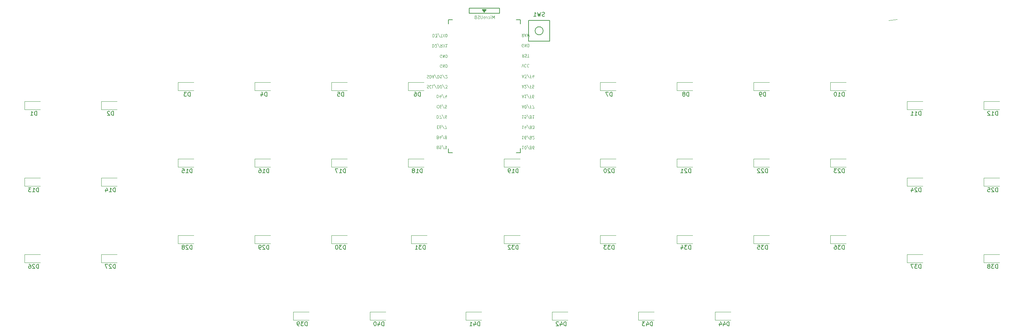
<source format=gbr>
G04 #@! TF.GenerationSoftware,KiCad,Pcbnew,(5.1.2)-1*
G04 #@! TF.CreationDate,2020-02-22T00:02:01+09:00*
G04 #@! TF.ProjectId,rkbd_44,726b6264-5f34-4342-9e6b-696361645f70,rev?*
G04 #@! TF.SameCoordinates,Original*
G04 #@! TF.FileFunction,Legend,Bot*
G04 #@! TF.FilePolarity,Positive*
%FSLAX46Y46*%
G04 Gerber Fmt 4.6, Leading zero omitted, Abs format (unit mm)*
G04 Created by KiCad (PCBNEW (5.1.2)-1) date 2020-02-22 00:02:01*
%MOMM*%
%LPD*%
G04 APERTURE LIST*
%ADD10C,0.120000*%
%ADD11C,0.150000*%
%ADD12C,0.125000*%
G04 APERTURE END LIST*
D10*
X250376250Y-59766250D02*
X252476250Y-59526250D01*
D11*
X141096250Y-92696250D02*
X142106250Y-92696250D01*
X158896250Y-92696250D02*
X157896250Y-92696250D01*
X141096250Y-91696250D02*
X141096250Y-92696250D01*
X158896250Y-91646250D02*
X158896250Y-92696250D01*
X141096250Y-59646250D02*
X142046250Y-59646250D01*
X158896250Y-59646250D02*
X157896250Y-59646250D01*
X141096250Y-59646250D02*
X141096250Y-60646250D01*
X158896250Y-59646250D02*
X158896250Y-60646250D01*
X153746250Y-56746250D02*
X153746250Y-58046250D01*
X153746250Y-58046250D02*
X146246250Y-58046250D01*
X146246250Y-58046250D02*
X146246250Y-56746250D01*
X146246250Y-56746250D02*
X153746250Y-56746250D01*
X150496250Y-57096250D02*
X149496250Y-57096250D01*
X149496250Y-57096250D02*
X149996250Y-57746250D01*
X149996250Y-57746250D02*
X150496250Y-57096250D01*
X150346250Y-57246250D02*
X149646250Y-57246250D01*
X150246250Y-57396250D02*
X149746250Y-57396250D01*
X150146250Y-57546250D02*
X149846250Y-57546250D01*
X160996250Y-64976250D02*
X166196250Y-64976250D01*
X166196250Y-64976250D02*
X166196250Y-59776250D01*
X166196250Y-59776250D02*
X160996250Y-59776250D01*
X160996250Y-59776250D02*
X160996250Y-64976250D01*
X164596250Y-62376250D02*
G75*
G03X164596250Y-62376250I-1000000J0D01*
G01*
D10*
X207300000Y-134350000D02*
X211200000Y-134350000D01*
X207300000Y-132350000D02*
X211200000Y-132350000D01*
X207300000Y-134350000D02*
X207300000Y-132350000D01*
X188250000Y-134350000D02*
X192150000Y-134350000D01*
X188250000Y-132350000D02*
X192150000Y-132350000D01*
X188250000Y-134350000D02*
X188250000Y-132350000D01*
X166818750Y-134350000D02*
X170718750Y-134350000D01*
X166818750Y-132350000D02*
X170718750Y-132350000D01*
X166818750Y-134350000D02*
X166818750Y-132350000D01*
X145387500Y-134350000D02*
X149287500Y-134350000D01*
X145387500Y-132350000D02*
X149287500Y-132350000D01*
X145387500Y-134350000D02*
X145387500Y-132350000D01*
X121575000Y-134350000D02*
X125475000Y-134350000D01*
X121575000Y-132350000D02*
X125475000Y-132350000D01*
X121575000Y-134350000D02*
X121575000Y-132350000D01*
X102525000Y-134350000D02*
X106425000Y-134350000D01*
X102525000Y-132350000D02*
X106425000Y-132350000D01*
X102525000Y-134350000D02*
X102525000Y-132350000D01*
X273975000Y-120062500D02*
X277875000Y-120062500D01*
X273975000Y-118062500D02*
X277875000Y-118062500D01*
X273975000Y-120062500D02*
X273975000Y-118062500D01*
X254925000Y-120062500D02*
X258825000Y-120062500D01*
X254925000Y-118062500D02*
X258825000Y-118062500D01*
X254925000Y-120062500D02*
X254925000Y-118062500D01*
X235875000Y-115300000D02*
X239775000Y-115300000D01*
X235875000Y-113300000D02*
X239775000Y-113300000D01*
X235875000Y-115300000D02*
X235875000Y-113300000D01*
X216825000Y-115300000D02*
X220725000Y-115300000D01*
X216825000Y-113300000D02*
X220725000Y-113300000D01*
X216825000Y-115300000D02*
X216825000Y-113300000D01*
X197775000Y-115300000D02*
X201675000Y-115300000D01*
X197775000Y-113300000D02*
X201675000Y-113300000D01*
X197775000Y-115300000D02*
X197775000Y-113300000D01*
X178725000Y-115300000D02*
X182625000Y-115300000D01*
X178725000Y-113300000D02*
X182625000Y-113300000D01*
X178725000Y-115300000D02*
X178725000Y-113300000D01*
X154912500Y-115300000D02*
X158812500Y-115300000D01*
X154912500Y-113300000D02*
X158812500Y-113300000D01*
X154912500Y-115300000D02*
X154912500Y-113300000D01*
X131831250Y-115300000D02*
X135731250Y-115300000D01*
X131831250Y-113300000D02*
X135731250Y-113300000D01*
X131831250Y-115300000D02*
X131831250Y-113300000D01*
X112050000Y-115300000D02*
X115950000Y-115300000D01*
X112050000Y-113300000D02*
X115950000Y-113300000D01*
X112050000Y-115300000D02*
X112050000Y-113300000D01*
X93000000Y-115300000D02*
X96900000Y-115300000D01*
X93000000Y-113300000D02*
X96900000Y-113300000D01*
X93000000Y-115300000D02*
X93000000Y-113300000D01*
X73950000Y-115300000D02*
X77850000Y-115300000D01*
X73950000Y-113300000D02*
X77850000Y-113300000D01*
X73950000Y-115300000D02*
X73950000Y-113300000D01*
X54900000Y-120062500D02*
X58800000Y-120062500D01*
X54900000Y-118062500D02*
X58800000Y-118062500D01*
X54900000Y-120062500D02*
X54900000Y-118062500D01*
X35850000Y-120062500D02*
X39750000Y-120062500D01*
X35850000Y-118062500D02*
X39750000Y-118062500D01*
X35850000Y-120062500D02*
X35850000Y-118062500D01*
X273975000Y-101012500D02*
X277875000Y-101012500D01*
X273975000Y-99012500D02*
X277875000Y-99012500D01*
X273975000Y-101012500D02*
X273975000Y-99012500D01*
X254925000Y-101012500D02*
X258825000Y-101012500D01*
X254925000Y-99012500D02*
X258825000Y-99012500D01*
X254925000Y-101012500D02*
X254925000Y-99012500D01*
X235875000Y-96250000D02*
X239775000Y-96250000D01*
X235875000Y-94250000D02*
X239775000Y-94250000D01*
X235875000Y-96250000D02*
X235875000Y-94250000D01*
X216825000Y-96250000D02*
X220725000Y-96250000D01*
X216825000Y-94250000D02*
X220725000Y-94250000D01*
X216825000Y-96250000D02*
X216825000Y-94250000D01*
X197775000Y-96250000D02*
X201675000Y-96250000D01*
X197775000Y-94250000D02*
X201675000Y-94250000D01*
X197775000Y-96250000D02*
X197775000Y-94250000D01*
X178725000Y-96250000D02*
X182625000Y-96250000D01*
X178725000Y-94250000D02*
X182625000Y-94250000D01*
X178725000Y-96250000D02*
X178725000Y-94250000D01*
X154912500Y-96250000D02*
X158812500Y-96250000D01*
X154912500Y-94250000D02*
X158812500Y-94250000D01*
X154912500Y-96250000D02*
X154912500Y-94250000D01*
X131100000Y-96250000D02*
X135000000Y-96250000D01*
X131100000Y-94250000D02*
X135000000Y-94250000D01*
X131100000Y-96250000D02*
X131100000Y-94250000D01*
X112050000Y-96250000D02*
X115950000Y-96250000D01*
X112050000Y-94250000D02*
X115950000Y-94250000D01*
X112050000Y-96250000D02*
X112050000Y-94250000D01*
X93000000Y-96250000D02*
X96900000Y-96250000D01*
X93000000Y-94250000D02*
X96900000Y-94250000D01*
X93000000Y-96250000D02*
X93000000Y-94250000D01*
X73950000Y-96250000D02*
X77850000Y-96250000D01*
X73950000Y-94250000D02*
X77850000Y-94250000D01*
X73950000Y-96250000D02*
X73950000Y-94250000D01*
X54900000Y-101012500D02*
X58800000Y-101012500D01*
X54900000Y-99012500D02*
X58800000Y-99012500D01*
X54900000Y-101012500D02*
X54900000Y-99012500D01*
X35850000Y-101012500D02*
X39750000Y-101012500D01*
X35850000Y-99012500D02*
X39750000Y-99012500D01*
X35850000Y-101012500D02*
X35850000Y-99012500D01*
X273975000Y-81962500D02*
X277875000Y-81962500D01*
X273975000Y-79962500D02*
X277875000Y-79962500D01*
X273975000Y-81962500D02*
X273975000Y-79962500D01*
X254925000Y-81962500D02*
X258825000Y-81962500D01*
X254925000Y-79962500D02*
X258825000Y-79962500D01*
X254925000Y-81962500D02*
X254925000Y-79962500D01*
X235875000Y-77200000D02*
X239775000Y-77200000D01*
X235875000Y-75200000D02*
X239775000Y-75200000D01*
X235875000Y-77200000D02*
X235875000Y-75200000D01*
X216825000Y-77200000D02*
X220725000Y-77200000D01*
X216825000Y-75200000D02*
X220725000Y-75200000D01*
X216825000Y-77200000D02*
X216825000Y-75200000D01*
X197775000Y-77200000D02*
X201675000Y-77200000D01*
X197775000Y-75200000D02*
X201675000Y-75200000D01*
X197775000Y-77200000D02*
X197775000Y-75200000D01*
X178725000Y-77200000D02*
X182625000Y-77200000D01*
X178725000Y-75200000D02*
X182625000Y-75200000D01*
X178725000Y-77200000D02*
X178725000Y-75200000D01*
X131100000Y-77200000D02*
X135000000Y-77200000D01*
X131100000Y-75200000D02*
X135000000Y-75200000D01*
X131100000Y-77200000D02*
X131100000Y-75200000D01*
X112050000Y-77200000D02*
X115950000Y-77200000D01*
X112050000Y-75200000D02*
X115950000Y-75200000D01*
X112050000Y-77200000D02*
X112050000Y-75200000D01*
X93000000Y-77200000D02*
X96900000Y-77200000D01*
X93000000Y-75200000D02*
X96900000Y-75200000D01*
X93000000Y-77200000D02*
X93000000Y-75200000D01*
X73950000Y-77200000D02*
X77850000Y-77200000D01*
X73950000Y-75200000D02*
X77850000Y-75200000D01*
X73950000Y-77200000D02*
X73950000Y-75200000D01*
X54900000Y-81962500D02*
X58800000Y-81962500D01*
X54900000Y-79962500D02*
X58800000Y-79962500D01*
X54900000Y-81962500D02*
X54900000Y-79962500D01*
X35850000Y-81962500D02*
X39750000Y-81962500D01*
X35850000Y-79962500D02*
X39750000Y-79962500D01*
X35850000Y-81962500D02*
X35850000Y-79962500D01*
D11*
D12*
X159728630Y-63106964D02*
X159505297Y-63464107D01*
X159345773Y-63106964D02*
X159345773Y-63856964D01*
X159601011Y-63856964D01*
X159664821Y-63821250D01*
X159696726Y-63785535D01*
X159728630Y-63714107D01*
X159728630Y-63606964D01*
X159696726Y-63535535D01*
X159664821Y-63499821D01*
X159601011Y-63464107D01*
X159345773Y-63464107D01*
X159983869Y-63321250D02*
X160302916Y-63321250D01*
X159920059Y-63106964D02*
X160143392Y-63856964D01*
X160366726Y-63106964D01*
X160526250Y-63856964D02*
X160685773Y-63106964D01*
X160813392Y-63642678D01*
X160941011Y-63106964D01*
X161100535Y-63856964D01*
X159680773Y-66371250D02*
X159616964Y-66406964D01*
X159521250Y-66406964D01*
X159425535Y-66371250D01*
X159361726Y-66299821D01*
X159329821Y-66228392D01*
X159297916Y-66085535D01*
X159297916Y-65978392D01*
X159329821Y-65835535D01*
X159361726Y-65764107D01*
X159425535Y-65692678D01*
X159521250Y-65656964D01*
X159585059Y-65656964D01*
X159680773Y-65692678D01*
X159712678Y-65728392D01*
X159712678Y-65978392D01*
X159585059Y-65978392D01*
X159999821Y-65656964D02*
X159999821Y-66406964D01*
X160382678Y-65656964D01*
X160382678Y-66406964D01*
X160701726Y-65656964D02*
X160701726Y-66406964D01*
X160861250Y-66406964D01*
X160956964Y-66371250D01*
X161020773Y-66299821D01*
X161052678Y-66228392D01*
X161084583Y-66085535D01*
X161084583Y-65978392D01*
X161052678Y-65835535D01*
X161020773Y-65764107D01*
X160956964Y-65692678D01*
X160861250Y-65656964D01*
X160701726Y-65656964D01*
X159824345Y-68206964D02*
X159601011Y-68564107D01*
X159441488Y-68206964D02*
X159441488Y-68956964D01*
X159696726Y-68956964D01*
X159760535Y-68921250D01*
X159792440Y-68885535D01*
X159824345Y-68814107D01*
X159824345Y-68706964D01*
X159792440Y-68635535D01*
X159760535Y-68599821D01*
X159696726Y-68564107D01*
X159441488Y-68564107D01*
X160079583Y-68242678D02*
X160175297Y-68206964D01*
X160334821Y-68206964D01*
X160398630Y-68242678D01*
X160430535Y-68278392D01*
X160462440Y-68349821D01*
X160462440Y-68421250D01*
X160430535Y-68492678D01*
X160398630Y-68528392D01*
X160334821Y-68564107D01*
X160207202Y-68599821D01*
X160143392Y-68635535D01*
X160111488Y-68671250D01*
X160079583Y-68742678D01*
X160079583Y-68814107D01*
X160111488Y-68885535D01*
X160143392Y-68921250D01*
X160207202Y-68956964D01*
X160366726Y-68956964D01*
X160462440Y-68921250D01*
X160653869Y-68956964D02*
X161036726Y-68956964D01*
X160845297Y-68206964D02*
X160845297Y-68956964D01*
X159297916Y-71406964D02*
X159521250Y-70656964D01*
X159744583Y-71406964D01*
X160350773Y-70728392D02*
X160318869Y-70692678D01*
X160223154Y-70656964D01*
X160159345Y-70656964D01*
X160063630Y-70692678D01*
X159999821Y-70764107D01*
X159967916Y-70835535D01*
X159936011Y-70978392D01*
X159936011Y-71085535D01*
X159967916Y-71228392D01*
X159999821Y-71299821D01*
X160063630Y-71371250D01*
X160159345Y-71406964D01*
X160223154Y-71406964D01*
X160318869Y-71371250D01*
X160350773Y-71335535D01*
X161020773Y-70728392D02*
X160988869Y-70692678D01*
X160893154Y-70656964D01*
X160829345Y-70656964D01*
X160733630Y-70692678D01*
X160669821Y-70764107D01*
X160637916Y-70835535D01*
X160606011Y-70978392D01*
X160606011Y-71085535D01*
X160637916Y-71228392D01*
X160669821Y-71299821D01*
X160733630Y-71371250D01*
X160829345Y-71406964D01*
X160893154Y-71406964D01*
X160988869Y-71371250D01*
X161020773Y-71335535D01*
X159405535Y-73571250D02*
X159724583Y-73571250D01*
X159341726Y-73356964D02*
X159565059Y-74106964D01*
X159788392Y-73356964D01*
X159947916Y-74106964D02*
X160362678Y-74106964D01*
X160139345Y-73821250D01*
X160235059Y-73821250D01*
X160298869Y-73785535D01*
X160330773Y-73749821D01*
X160362678Y-73678392D01*
X160362678Y-73499821D01*
X160330773Y-73428392D01*
X160298869Y-73392678D01*
X160235059Y-73356964D01*
X160043630Y-73356964D01*
X159979821Y-73392678D01*
X159947916Y-73428392D01*
X161128392Y-74142678D02*
X160554107Y-73178392D01*
X161575059Y-73749821D02*
X161351726Y-73749821D01*
X161351726Y-73356964D02*
X161351726Y-74106964D01*
X161670773Y-74106964D01*
X162213154Y-73856964D02*
X162213154Y-73356964D01*
X162053630Y-74142678D02*
X161894107Y-73606964D01*
X162308869Y-73606964D01*
X159405535Y-76071250D02*
X159724583Y-76071250D01*
X159341726Y-75856964D02*
X159565059Y-76606964D01*
X159788392Y-75856964D01*
X159979821Y-76535535D02*
X160011726Y-76571250D01*
X160075535Y-76606964D01*
X160235059Y-76606964D01*
X160298869Y-76571250D01*
X160330773Y-76535535D01*
X160362678Y-76464107D01*
X160362678Y-76392678D01*
X160330773Y-76285535D01*
X159947916Y-75856964D01*
X160362678Y-75856964D01*
X161128392Y-76642678D02*
X160554107Y-75678392D01*
X161575059Y-76249821D02*
X161351726Y-76249821D01*
X161351726Y-75856964D02*
X161351726Y-76606964D01*
X161670773Y-76606964D01*
X162245059Y-76606964D02*
X161926011Y-76606964D01*
X161894107Y-76249821D01*
X161926011Y-76285535D01*
X161989821Y-76321250D01*
X162149345Y-76321250D01*
X162213154Y-76285535D01*
X162245059Y-76249821D01*
X162276964Y-76178392D01*
X162276964Y-75999821D01*
X162245059Y-75928392D01*
X162213154Y-75892678D01*
X162149345Y-75856964D01*
X161989821Y-75856964D01*
X161926011Y-75892678D01*
X161894107Y-75928392D01*
X159405535Y-78571250D02*
X159724583Y-78571250D01*
X159341726Y-78356964D02*
X159565059Y-79106964D01*
X159788392Y-78356964D01*
X160362678Y-78356964D02*
X159979821Y-78356964D01*
X160171250Y-78356964D02*
X160171250Y-79106964D01*
X160107440Y-78999821D01*
X160043630Y-78928392D01*
X159979821Y-78892678D01*
X161128392Y-79142678D02*
X160554107Y-78178392D01*
X161575059Y-78749821D02*
X161351726Y-78749821D01*
X161351726Y-78356964D02*
X161351726Y-79106964D01*
X161670773Y-79106964D01*
X162213154Y-79106964D02*
X162085535Y-79106964D01*
X162021726Y-79071250D01*
X161989821Y-79035535D01*
X161926011Y-78928392D01*
X161894107Y-78785535D01*
X161894107Y-78499821D01*
X161926011Y-78428392D01*
X161957916Y-78392678D01*
X162021726Y-78356964D01*
X162149345Y-78356964D01*
X162213154Y-78392678D01*
X162245059Y-78428392D01*
X162276964Y-78499821D01*
X162276964Y-78678392D01*
X162245059Y-78749821D01*
X162213154Y-78785535D01*
X162149345Y-78821250D01*
X162021726Y-78821250D01*
X161957916Y-78785535D01*
X161926011Y-78749821D01*
X161894107Y-78678392D01*
X159405535Y-81121250D02*
X159724583Y-81121250D01*
X159341726Y-80906964D02*
X159565059Y-81656964D01*
X159788392Y-80906964D01*
X160139345Y-81656964D02*
X160203154Y-81656964D01*
X160266964Y-81621250D01*
X160298869Y-81585535D01*
X160330773Y-81514107D01*
X160362678Y-81371250D01*
X160362678Y-81192678D01*
X160330773Y-81049821D01*
X160298869Y-80978392D01*
X160266964Y-80942678D01*
X160203154Y-80906964D01*
X160139345Y-80906964D01*
X160075535Y-80942678D01*
X160043630Y-80978392D01*
X160011726Y-81049821D01*
X159979821Y-81192678D01*
X159979821Y-81371250D01*
X160011726Y-81514107D01*
X160043630Y-81585535D01*
X160075535Y-81621250D01*
X160139345Y-81656964D01*
X161128392Y-81692678D02*
X160554107Y-80728392D01*
X161575059Y-81299821D02*
X161351726Y-81299821D01*
X161351726Y-80906964D02*
X161351726Y-81656964D01*
X161670773Y-81656964D01*
X161862202Y-81656964D02*
X162308869Y-81656964D01*
X162021726Y-80906964D01*
X159708630Y-83456964D02*
X159325773Y-83456964D01*
X159517202Y-83456964D02*
X159517202Y-84206964D01*
X159453392Y-84099821D01*
X159389583Y-84028392D01*
X159325773Y-83992678D01*
X160314821Y-84206964D02*
X159995773Y-84206964D01*
X159963869Y-83849821D01*
X159995773Y-83885535D01*
X160059583Y-83921250D01*
X160219107Y-83921250D01*
X160282916Y-83885535D01*
X160314821Y-83849821D01*
X160346726Y-83778392D01*
X160346726Y-83599821D01*
X160314821Y-83528392D01*
X160282916Y-83492678D01*
X160219107Y-83456964D01*
X160059583Y-83456964D01*
X159995773Y-83492678D01*
X159963869Y-83528392D01*
X161112440Y-84242678D02*
X160538154Y-83278392D01*
X161559107Y-83849821D02*
X161654821Y-83814107D01*
X161686726Y-83778392D01*
X161718630Y-83706964D01*
X161718630Y-83599821D01*
X161686726Y-83528392D01*
X161654821Y-83492678D01*
X161591011Y-83456964D01*
X161335773Y-83456964D01*
X161335773Y-84206964D01*
X161559107Y-84206964D01*
X161622916Y-84171250D01*
X161654821Y-84135535D01*
X161686726Y-84064107D01*
X161686726Y-83992678D01*
X161654821Y-83921250D01*
X161622916Y-83885535D01*
X161559107Y-83849821D01*
X161335773Y-83849821D01*
X162356726Y-83456964D02*
X161973869Y-83456964D01*
X162165297Y-83456964D02*
X162165297Y-84206964D01*
X162101488Y-84099821D01*
X162037678Y-84028392D01*
X161973869Y-83992678D01*
X159708630Y-86006964D02*
X159325773Y-86006964D01*
X159517202Y-86006964D02*
X159517202Y-86756964D01*
X159453392Y-86649821D01*
X159389583Y-86578392D01*
X159325773Y-86542678D01*
X160282916Y-86506964D02*
X160282916Y-86006964D01*
X160123392Y-86792678D02*
X159963869Y-86256964D01*
X160378630Y-86256964D01*
X161112440Y-86792678D02*
X160538154Y-85828392D01*
X161559107Y-86399821D02*
X161654821Y-86364107D01*
X161686726Y-86328392D01*
X161718630Y-86256964D01*
X161718630Y-86149821D01*
X161686726Y-86078392D01*
X161654821Y-86042678D01*
X161591011Y-86006964D01*
X161335773Y-86006964D01*
X161335773Y-86756964D01*
X161559107Y-86756964D01*
X161622916Y-86721250D01*
X161654821Y-86685535D01*
X161686726Y-86614107D01*
X161686726Y-86542678D01*
X161654821Y-86471250D01*
X161622916Y-86435535D01*
X161559107Y-86399821D01*
X161335773Y-86399821D01*
X161941964Y-86756964D02*
X162356726Y-86756964D01*
X162133392Y-86471250D01*
X162229107Y-86471250D01*
X162292916Y-86435535D01*
X162324821Y-86399821D01*
X162356726Y-86328392D01*
X162356726Y-86149821D01*
X162324821Y-86078392D01*
X162292916Y-86042678D01*
X162229107Y-86006964D01*
X162037678Y-86006964D01*
X161973869Y-86042678D01*
X161941964Y-86078392D01*
X159708630Y-91056964D02*
X159325773Y-91056964D01*
X159517202Y-91056964D02*
X159517202Y-91806964D01*
X159453392Y-91699821D01*
X159389583Y-91628392D01*
X159325773Y-91592678D01*
X160123392Y-91806964D02*
X160187202Y-91806964D01*
X160251011Y-91771250D01*
X160282916Y-91735535D01*
X160314821Y-91664107D01*
X160346726Y-91521250D01*
X160346726Y-91342678D01*
X160314821Y-91199821D01*
X160282916Y-91128392D01*
X160251011Y-91092678D01*
X160187202Y-91056964D01*
X160123392Y-91056964D01*
X160059583Y-91092678D01*
X160027678Y-91128392D01*
X159995773Y-91199821D01*
X159963869Y-91342678D01*
X159963869Y-91521250D01*
X159995773Y-91664107D01*
X160027678Y-91735535D01*
X160059583Y-91771250D01*
X160123392Y-91806964D01*
X161112440Y-91842678D02*
X160538154Y-90878392D01*
X161559107Y-91449821D02*
X161654821Y-91414107D01*
X161686726Y-91378392D01*
X161718630Y-91306964D01*
X161718630Y-91199821D01*
X161686726Y-91128392D01*
X161654821Y-91092678D01*
X161591011Y-91056964D01*
X161335773Y-91056964D01*
X161335773Y-91806964D01*
X161559107Y-91806964D01*
X161622916Y-91771250D01*
X161654821Y-91735535D01*
X161686726Y-91664107D01*
X161686726Y-91592678D01*
X161654821Y-91521250D01*
X161622916Y-91485535D01*
X161559107Y-91449821D01*
X161335773Y-91449821D01*
X162292916Y-91806964D02*
X162165297Y-91806964D01*
X162101488Y-91771250D01*
X162069583Y-91735535D01*
X162005773Y-91628392D01*
X161973869Y-91485535D01*
X161973869Y-91199821D01*
X162005773Y-91128392D01*
X162037678Y-91092678D01*
X162101488Y-91056964D01*
X162229107Y-91056964D01*
X162292916Y-91092678D01*
X162324821Y-91128392D01*
X162356726Y-91199821D01*
X162356726Y-91378392D01*
X162324821Y-91449821D01*
X162292916Y-91485535D01*
X162229107Y-91521250D01*
X162101488Y-91521250D01*
X162037678Y-91485535D01*
X162005773Y-91449821D01*
X161973869Y-91378392D01*
X159708630Y-88556964D02*
X159325773Y-88556964D01*
X159517202Y-88556964D02*
X159517202Y-89306964D01*
X159453392Y-89199821D01*
X159389583Y-89128392D01*
X159325773Y-89092678D01*
X160282916Y-89306964D02*
X160155297Y-89306964D01*
X160091488Y-89271250D01*
X160059583Y-89235535D01*
X159995773Y-89128392D01*
X159963869Y-88985535D01*
X159963869Y-88699821D01*
X159995773Y-88628392D01*
X160027678Y-88592678D01*
X160091488Y-88556964D01*
X160219107Y-88556964D01*
X160282916Y-88592678D01*
X160314821Y-88628392D01*
X160346726Y-88699821D01*
X160346726Y-88878392D01*
X160314821Y-88949821D01*
X160282916Y-88985535D01*
X160219107Y-89021250D01*
X160091488Y-89021250D01*
X160027678Y-88985535D01*
X159995773Y-88949821D01*
X159963869Y-88878392D01*
X161112440Y-89342678D02*
X160538154Y-88378392D01*
X161559107Y-88949821D02*
X161654821Y-88914107D01*
X161686726Y-88878392D01*
X161718630Y-88806964D01*
X161718630Y-88699821D01*
X161686726Y-88628392D01*
X161654821Y-88592678D01*
X161591011Y-88556964D01*
X161335773Y-88556964D01*
X161335773Y-89306964D01*
X161559107Y-89306964D01*
X161622916Y-89271250D01*
X161654821Y-89235535D01*
X161686726Y-89164107D01*
X161686726Y-89092678D01*
X161654821Y-89021250D01*
X161622916Y-88985535D01*
X161559107Y-88949821D01*
X161335773Y-88949821D01*
X161973869Y-89235535D02*
X162005773Y-89271250D01*
X162069583Y-89306964D01*
X162229107Y-89306964D01*
X162292916Y-89271250D01*
X162324821Y-89235535D01*
X162356726Y-89164107D01*
X162356726Y-89092678D01*
X162324821Y-88985535D01*
X161941964Y-88556964D01*
X162356726Y-88556964D01*
X138258630Y-86349821D02*
X138481964Y-86349821D01*
X138577678Y-85956964D02*
X138258630Y-85956964D01*
X138258630Y-86706964D01*
X138577678Y-86706964D01*
X139151964Y-86706964D02*
X139024345Y-86706964D01*
X138960535Y-86671250D01*
X138928630Y-86635535D01*
X138864821Y-86528392D01*
X138832916Y-86385535D01*
X138832916Y-86099821D01*
X138864821Y-86028392D01*
X138896726Y-85992678D01*
X138960535Y-85956964D01*
X139088154Y-85956964D01*
X139151964Y-85992678D01*
X139183869Y-86028392D01*
X139215773Y-86099821D01*
X139215773Y-86278392D01*
X139183869Y-86349821D01*
X139151964Y-86385535D01*
X139088154Y-86421250D01*
X138960535Y-86421250D01*
X138896726Y-86385535D01*
X138864821Y-86349821D01*
X138832916Y-86278392D01*
X139981488Y-86742678D02*
X139407202Y-85778392D01*
X140141011Y-86706964D02*
X140587678Y-86706964D01*
X140300535Y-85956964D01*
X138226726Y-83406964D02*
X138226726Y-84156964D01*
X138386250Y-84156964D01*
X138481964Y-84121250D01*
X138545773Y-84049821D01*
X138577678Y-83978392D01*
X138609583Y-83835535D01*
X138609583Y-83728392D01*
X138577678Y-83585535D01*
X138545773Y-83514107D01*
X138481964Y-83442678D01*
X138386250Y-83406964D01*
X138226726Y-83406964D01*
X138832916Y-84156964D02*
X139279583Y-84156964D01*
X138992440Y-83406964D01*
X140013392Y-84192678D02*
X139439107Y-83228392D01*
X140523869Y-84156964D02*
X140396250Y-84156964D01*
X140332440Y-84121250D01*
X140300535Y-84085535D01*
X140236726Y-83978392D01*
X140204821Y-83835535D01*
X140204821Y-83549821D01*
X140236726Y-83478392D01*
X140268630Y-83442678D01*
X140332440Y-83406964D01*
X140460059Y-83406964D01*
X140523869Y-83442678D01*
X140555773Y-83478392D01*
X140587678Y-83549821D01*
X140587678Y-83728392D01*
X140555773Y-83799821D01*
X140523869Y-83835535D01*
X140460059Y-83871250D01*
X140332440Y-83871250D01*
X140268630Y-83835535D01*
X140236726Y-83799821D01*
X140204821Y-83728392D01*
X139380773Y-69021250D02*
X139316964Y-69056964D01*
X139221250Y-69056964D01*
X139125535Y-69021250D01*
X139061726Y-68949821D01*
X139029821Y-68878392D01*
X138997916Y-68735535D01*
X138997916Y-68628392D01*
X139029821Y-68485535D01*
X139061726Y-68414107D01*
X139125535Y-68342678D01*
X139221250Y-68306964D01*
X139285059Y-68306964D01*
X139380773Y-68342678D01*
X139412678Y-68378392D01*
X139412678Y-68628392D01*
X139285059Y-68628392D01*
X139699821Y-68306964D02*
X139699821Y-69056964D01*
X140082678Y-68306964D01*
X140082678Y-69056964D01*
X140401726Y-68306964D02*
X140401726Y-69056964D01*
X140561250Y-69056964D01*
X140656964Y-69021250D01*
X140720773Y-68949821D01*
X140752678Y-68878392D01*
X140784583Y-68735535D01*
X140784583Y-68628392D01*
X140752678Y-68485535D01*
X140720773Y-68414107D01*
X140656964Y-68342678D01*
X140561250Y-68306964D01*
X140401726Y-68306964D01*
X139380773Y-71471250D02*
X139316964Y-71506964D01*
X139221250Y-71506964D01*
X139125535Y-71471250D01*
X139061726Y-71399821D01*
X139029821Y-71328392D01*
X138997916Y-71185535D01*
X138997916Y-71078392D01*
X139029821Y-70935535D01*
X139061726Y-70864107D01*
X139125535Y-70792678D01*
X139221250Y-70756964D01*
X139285059Y-70756964D01*
X139380773Y-70792678D01*
X139412678Y-70828392D01*
X139412678Y-71078392D01*
X139285059Y-71078392D01*
X139699821Y-70756964D02*
X139699821Y-71506964D01*
X140082678Y-70756964D01*
X140082678Y-71506964D01*
X140401726Y-70756964D02*
X140401726Y-71506964D01*
X140561250Y-71506964D01*
X140656964Y-71471250D01*
X140720773Y-71399821D01*
X140752678Y-71328392D01*
X140784583Y-71185535D01*
X140784583Y-71078392D01*
X140752678Y-70935535D01*
X140720773Y-70864107D01*
X140656964Y-70792678D01*
X140561250Y-70756964D01*
X140401726Y-70756964D01*
X137202440Y-63156964D02*
X137202440Y-63906964D01*
X137361964Y-63906964D01*
X137457678Y-63871250D01*
X137521488Y-63799821D01*
X137553392Y-63728392D01*
X137585297Y-63585535D01*
X137585297Y-63478392D01*
X137553392Y-63335535D01*
X137521488Y-63264107D01*
X137457678Y-63192678D01*
X137361964Y-63156964D01*
X137202440Y-63156964D01*
X137808630Y-63906964D02*
X138223392Y-63906964D01*
X138000059Y-63621250D01*
X138095773Y-63621250D01*
X138159583Y-63585535D01*
X138191488Y-63549821D01*
X138223392Y-63478392D01*
X138223392Y-63299821D01*
X138191488Y-63228392D01*
X138159583Y-63192678D01*
X138095773Y-63156964D01*
X137904345Y-63156964D01*
X137840535Y-63192678D01*
X137808630Y-63228392D01*
X138989107Y-63942678D02*
X138414821Y-62978392D01*
X139116726Y-63906964D02*
X139499583Y-63906964D01*
X139308154Y-63156964D02*
X139308154Y-63906964D01*
X139659107Y-63906964D02*
X140105773Y-63156964D01*
X140105773Y-63906964D02*
X139659107Y-63156964D01*
X140488630Y-63906964D02*
X140552440Y-63906964D01*
X140616250Y-63871250D01*
X140648154Y-63835535D01*
X140680059Y-63764107D01*
X140711964Y-63621250D01*
X140711964Y-63442678D01*
X140680059Y-63299821D01*
X140648154Y-63228392D01*
X140616250Y-63192678D01*
X140552440Y-63156964D01*
X140488630Y-63156964D01*
X140424821Y-63192678D01*
X140392916Y-63228392D01*
X140361011Y-63299821D01*
X140329107Y-63442678D01*
X140329107Y-63621250D01*
X140361011Y-63764107D01*
X140392916Y-63835535D01*
X140424821Y-63871250D01*
X140488630Y-63906964D01*
X138226726Y-78306964D02*
X138226726Y-79056964D01*
X138386250Y-79056964D01*
X138481964Y-79021250D01*
X138545773Y-78949821D01*
X138577678Y-78878392D01*
X138609583Y-78735535D01*
X138609583Y-78628392D01*
X138577678Y-78485535D01*
X138545773Y-78414107D01*
X138481964Y-78342678D01*
X138386250Y-78306964D01*
X138226726Y-78306964D01*
X139183869Y-78806964D02*
X139183869Y-78306964D01*
X139024345Y-79092678D02*
X138864821Y-78556964D01*
X139279583Y-78556964D01*
X140013392Y-79092678D02*
X139439107Y-78128392D01*
X140523869Y-78806964D02*
X140523869Y-78306964D01*
X140364345Y-79092678D02*
X140204821Y-78556964D01*
X140619583Y-78556964D01*
X135752678Y-73442678D02*
X135848392Y-73406964D01*
X136007916Y-73406964D01*
X136071726Y-73442678D01*
X136103630Y-73478392D01*
X136135535Y-73549821D01*
X136135535Y-73621250D01*
X136103630Y-73692678D01*
X136071726Y-73728392D01*
X136007916Y-73764107D01*
X135880297Y-73799821D01*
X135816488Y-73835535D01*
X135784583Y-73871250D01*
X135752678Y-73942678D01*
X135752678Y-74014107D01*
X135784583Y-74085535D01*
X135816488Y-74121250D01*
X135880297Y-74156964D01*
X136039821Y-74156964D01*
X136135535Y-74121250D01*
X136422678Y-73406964D02*
X136422678Y-74156964D01*
X136582202Y-74156964D01*
X136677916Y-74121250D01*
X136741726Y-74049821D01*
X136773630Y-73978392D01*
X136805535Y-73835535D01*
X136805535Y-73728392D01*
X136773630Y-73585535D01*
X136741726Y-73514107D01*
X136677916Y-73442678D01*
X136582202Y-73406964D01*
X136422678Y-73406964D01*
X137060773Y-73621250D02*
X137379821Y-73621250D01*
X136996964Y-73406964D02*
X137220297Y-74156964D01*
X137443630Y-73406964D01*
X138145535Y-74192678D02*
X137571250Y-73228392D01*
X138368869Y-73406964D02*
X138368869Y-74156964D01*
X138528392Y-74156964D01*
X138624107Y-74121250D01*
X138687916Y-74049821D01*
X138719821Y-73978392D01*
X138751726Y-73835535D01*
X138751726Y-73728392D01*
X138719821Y-73585535D01*
X138687916Y-73514107D01*
X138624107Y-73442678D01*
X138528392Y-73406964D01*
X138368869Y-73406964D01*
X139389821Y-73406964D02*
X139006964Y-73406964D01*
X139198392Y-73406964D02*
X139198392Y-74156964D01*
X139134583Y-74049821D01*
X139070773Y-73978392D01*
X139006964Y-73942678D01*
X140155535Y-74192678D02*
X139581250Y-73228392D01*
X140346964Y-74085535D02*
X140378869Y-74121250D01*
X140442678Y-74156964D01*
X140602202Y-74156964D01*
X140666011Y-74121250D01*
X140697916Y-74085535D01*
X140729821Y-74014107D01*
X140729821Y-73942678D01*
X140697916Y-73835535D01*
X140315059Y-73406964D01*
X140729821Y-73406964D01*
X135768630Y-75942678D02*
X135864345Y-75906964D01*
X136023869Y-75906964D01*
X136087678Y-75942678D01*
X136119583Y-75978392D01*
X136151488Y-76049821D01*
X136151488Y-76121250D01*
X136119583Y-76192678D01*
X136087678Y-76228392D01*
X136023869Y-76264107D01*
X135896250Y-76299821D01*
X135832440Y-76335535D01*
X135800535Y-76371250D01*
X135768630Y-76442678D01*
X135768630Y-76514107D01*
X135800535Y-76585535D01*
X135832440Y-76621250D01*
X135896250Y-76656964D01*
X136055773Y-76656964D01*
X136151488Y-76621250D01*
X136821488Y-75978392D02*
X136789583Y-75942678D01*
X136693869Y-75906964D01*
X136630059Y-75906964D01*
X136534345Y-75942678D01*
X136470535Y-76014107D01*
X136438630Y-76085535D01*
X136406726Y-76228392D01*
X136406726Y-76335535D01*
X136438630Y-76478392D01*
X136470535Y-76549821D01*
X136534345Y-76621250D01*
X136630059Y-76656964D01*
X136693869Y-76656964D01*
X136789583Y-76621250D01*
X136821488Y-76585535D01*
X137427678Y-75906964D02*
X137108630Y-75906964D01*
X137108630Y-76656964D01*
X138129583Y-76692678D02*
X137555297Y-75728392D01*
X138352916Y-75906964D02*
X138352916Y-76656964D01*
X138512440Y-76656964D01*
X138608154Y-76621250D01*
X138671964Y-76549821D01*
X138703869Y-76478392D01*
X138735773Y-76335535D01*
X138735773Y-76228392D01*
X138703869Y-76085535D01*
X138671964Y-76014107D01*
X138608154Y-75942678D01*
X138512440Y-75906964D01*
X138352916Y-75906964D01*
X139150535Y-76656964D02*
X139214345Y-76656964D01*
X139278154Y-76621250D01*
X139310059Y-76585535D01*
X139341964Y-76514107D01*
X139373869Y-76371250D01*
X139373869Y-76192678D01*
X139341964Y-76049821D01*
X139310059Y-75978392D01*
X139278154Y-75942678D01*
X139214345Y-75906964D01*
X139150535Y-75906964D01*
X139086726Y-75942678D01*
X139054821Y-75978392D01*
X139022916Y-76049821D01*
X138991011Y-76192678D01*
X138991011Y-76371250D01*
X139022916Y-76514107D01*
X139054821Y-76585535D01*
X139086726Y-76621250D01*
X139150535Y-76656964D01*
X140139583Y-76692678D02*
X139565297Y-75728392D01*
X140299107Y-76656964D02*
X140713869Y-76656964D01*
X140490535Y-76371250D01*
X140586250Y-76371250D01*
X140650059Y-76335535D01*
X140681964Y-76299821D01*
X140713869Y-76228392D01*
X140713869Y-76049821D01*
X140681964Y-75978392D01*
X140650059Y-75942678D01*
X140586250Y-75906964D01*
X140394821Y-75906964D01*
X140331011Y-75942678D01*
X140299107Y-75978392D01*
X138609583Y-80928392D02*
X138577678Y-80892678D01*
X138481964Y-80856964D01*
X138418154Y-80856964D01*
X138322440Y-80892678D01*
X138258630Y-80964107D01*
X138226726Y-81035535D01*
X138194821Y-81178392D01*
X138194821Y-81285535D01*
X138226726Y-81428392D01*
X138258630Y-81499821D01*
X138322440Y-81571250D01*
X138418154Y-81606964D01*
X138481964Y-81606964D01*
X138577678Y-81571250D01*
X138609583Y-81535535D01*
X139183869Y-81606964D02*
X139056250Y-81606964D01*
X138992440Y-81571250D01*
X138960535Y-81535535D01*
X138896726Y-81428392D01*
X138864821Y-81285535D01*
X138864821Y-80999821D01*
X138896726Y-80928392D01*
X138928630Y-80892678D01*
X138992440Y-80856964D01*
X139120059Y-80856964D01*
X139183869Y-80892678D01*
X139215773Y-80928392D01*
X139247678Y-80999821D01*
X139247678Y-81178392D01*
X139215773Y-81249821D01*
X139183869Y-81285535D01*
X139120059Y-81321250D01*
X138992440Y-81321250D01*
X138928630Y-81285535D01*
X138896726Y-81249821D01*
X138864821Y-81178392D01*
X140013392Y-81642678D02*
X139439107Y-80678392D01*
X140555773Y-81606964D02*
X140236726Y-81606964D01*
X140204821Y-81249821D01*
X140236726Y-81285535D01*
X140300535Y-81321250D01*
X140460059Y-81321250D01*
X140523869Y-81285535D01*
X140555773Y-81249821D01*
X140587678Y-81178392D01*
X140587678Y-80999821D01*
X140555773Y-80928392D01*
X140523869Y-80892678D01*
X140460059Y-80856964D01*
X140300535Y-80856964D01*
X140236726Y-80892678D01*
X140204821Y-80928392D01*
X138450059Y-91399821D02*
X138545773Y-91364107D01*
X138577678Y-91328392D01*
X138609583Y-91256964D01*
X138609583Y-91149821D01*
X138577678Y-91078392D01*
X138545773Y-91042678D01*
X138481964Y-91006964D01*
X138226726Y-91006964D01*
X138226726Y-91756964D01*
X138450059Y-91756964D01*
X138513869Y-91721250D01*
X138545773Y-91685535D01*
X138577678Y-91614107D01*
X138577678Y-91542678D01*
X138545773Y-91471250D01*
X138513869Y-91435535D01*
X138450059Y-91399821D01*
X138226726Y-91399821D01*
X139215773Y-91756964D02*
X138896726Y-91756964D01*
X138864821Y-91399821D01*
X138896726Y-91435535D01*
X138960535Y-91471250D01*
X139120059Y-91471250D01*
X139183869Y-91435535D01*
X139215773Y-91399821D01*
X139247678Y-91328392D01*
X139247678Y-91149821D01*
X139215773Y-91078392D01*
X139183869Y-91042678D01*
X139120059Y-91006964D01*
X138960535Y-91006964D01*
X138896726Y-91042678D01*
X138864821Y-91078392D01*
X140013392Y-91792678D02*
X139439107Y-90828392D01*
X140268630Y-91006964D02*
X140396250Y-91006964D01*
X140460059Y-91042678D01*
X140491964Y-91078392D01*
X140555773Y-91185535D01*
X140587678Y-91328392D01*
X140587678Y-91614107D01*
X140555773Y-91685535D01*
X140523869Y-91721250D01*
X140460059Y-91756964D01*
X140332440Y-91756964D01*
X140268630Y-91721250D01*
X140236726Y-91685535D01*
X140204821Y-91614107D01*
X140204821Y-91435535D01*
X140236726Y-91364107D01*
X140268630Y-91328392D01*
X140332440Y-91292678D01*
X140460059Y-91292678D01*
X140523869Y-91328392D01*
X140555773Y-91364107D01*
X140587678Y-91435535D01*
X137122678Y-65706964D02*
X137122678Y-66456964D01*
X137282202Y-66456964D01*
X137377916Y-66421250D01*
X137441726Y-66349821D01*
X137473630Y-66278392D01*
X137505535Y-66135535D01*
X137505535Y-66028392D01*
X137473630Y-65885535D01*
X137441726Y-65814107D01*
X137377916Y-65742678D01*
X137282202Y-65706964D01*
X137122678Y-65706964D01*
X137760773Y-66385535D02*
X137792678Y-66421250D01*
X137856488Y-66456964D01*
X138016011Y-66456964D01*
X138079821Y-66421250D01*
X138111726Y-66385535D01*
X138143630Y-66314107D01*
X138143630Y-66242678D01*
X138111726Y-66135535D01*
X137728869Y-65706964D01*
X138143630Y-65706964D01*
X138909345Y-66492678D02*
X138335059Y-65528392D01*
X139515535Y-65706964D02*
X139292202Y-66064107D01*
X139132678Y-65706964D02*
X139132678Y-66456964D01*
X139387916Y-66456964D01*
X139451726Y-66421250D01*
X139483630Y-66385535D01*
X139515535Y-66314107D01*
X139515535Y-66206964D01*
X139483630Y-66135535D01*
X139451726Y-66099821D01*
X139387916Y-66064107D01*
X139132678Y-66064107D01*
X139738869Y-66456964D02*
X140185535Y-65706964D01*
X140185535Y-66456964D02*
X139738869Y-65706964D01*
X140791726Y-65706964D02*
X140408869Y-65706964D01*
X140600297Y-65706964D02*
X140600297Y-66456964D01*
X140536488Y-66349821D01*
X140472678Y-66278392D01*
X140408869Y-66242678D01*
X138450059Y-88899821D02*
X138545773Y-88864107D01*
X138577678Y-88828392D01*
X138609583Y-88756964D01*
X138609583Y-88649821D01*
X138577678Y-88578392D01*
X138545773Y-88542678D01*
X138481964Y-88506964D01*
X138226726Y-88506964D01*
X138226726Y-89256964D01*
X138450059Y-89256964D01*
X138513869Y-89221250D01*
X138545773Y-89185535D01*
X138577678Y-89114107D01*
X138577678Y-89042678D01*
X138545773Y-88971250D01*
X138513869Y-88935535D01*
X138450059Y-88899821D01*
X138226726Y-88899821D01*
X139183869Y-89006964D02*
X139183869Y-88506964D01*
X139024345Y-89292678D02*
X138864821Y-88756964D01*
X139279583Y-88756964D01*
X140013392Y-89292678D02*
X139439107Y-88328392D01*
X140332440Y-88935535D02*
X140268630Y-88971250D01*
X140236726Y-89006964D01*
X140204821Y-89078392D01*
X140204821Y-89114107D01*
X140236726Y-89185535D01*
X140268630Y-89221250D01*
X140332440Y-89256964D01*
X140460059Y-89256964D01*
X140523869Y-89221250D01*
X140555773Y-89185535D01*
X140587678Y-89114107D01*
X140587678Y-89078392D01*
X140555773Y-89006964D01*
X140523869Y-88971250D01*
X140460059Y-88935535D01*
X140332440Y-88935535D01*
X140268630Y-88899821D01*
X140236726Y-88864107D01*
X140204821Y-88792678D01*
X140204821Y-88649821D01*
X140236726Y-88578392D01*
X140268630Y-88542678D01*
X140332440Y-88506964D01*
X140460059Y-88506964D01*
X140523869Y-88542678D01*
X140555773Y-88578392D01*
X140587678Y-88649821D01*
X140587678Y-88792678D01*
X140555773Y-88864107D01*
X140523869Y-88899821D01*
X140460059Y-88935535D01*
D10*
X152492678Y-59335535D02*
X152492678Y-58585535D01*
X152242678Y-59121250D01*
X151992678Y-58585535D01*
X151992678Y-59335535D01*
X151635535Y-59335535D02*
X151635535Y-58835535D01*
X151635535Y-58585535D02*
X151671250Y-58621250D01*
X151635535Y-58656964D01*
X151599821Y-58621250D01*
X151635535Y-58585535D01*
X151635535Y-58656964D01*
X150956964Y-59299821D02*
X151028392Y-59335535D01*
X151171250Y-59335535D01*
X151242678Y-59299821D01*
X151278392Y-59264107D01*
X151314107Y-59192678D01*
X151314107Y-58978392D01*
X151278392Y-58906964D01*
X151242678Y-58871250D01*
X151171250Y-58835535D01*
X151028392Y-58835535D01*
X150956964Y-58871250D01*
X150635535Y-59335535D02*
X150635535Y-58835535D01*
X150635535Y-58978392D02*
X150599821Y-58906964D01*
X150564107Y-58871250D01*
X150492678Y-58835535D01*
X150421250Y-58835535D01*
X150064107Y-59335535D02*
X150135535Y-59299821D01*
X150171250Y-59264107D01*
X150206964Y-59192678D01*
X150206964Y-58978392D01*
X150171250Y-58906964D01*
X150135535Y-58871250D01*
X150064107Y-58835535D01*
X149956964Y-58835535D01*
X149885535Y-58871250D01*
X149849821Y-58906964D01*
X149814107Y-58978392D01*
X149814107Y-59192678D01*
X149849821Y-59264107D01*
X149885535Y-59299821D01*
X149956964Y-59335535D01*
X150064107Y-59335535D01*
X149492678Y-58585535D02*
X149492678Y-59192678D01*
X149456964Y-59264107D01*
X149421250Y-59299821D01*
X149349821Y-59335535D01*
X149206964Y-59335535D01*
X149135535Y-59299821D01*
X149099821Y-59264107D01*
X149064107Y-59192678D01*
X149064107Y-58585535D01*
X148742678Y-59299821D02*
X148635535Y-59335535D01*
X148456964Y-59335535D01*
X148385535Y-59299821D01*
X148349821Y-59264107D01*
X148314107Y-59192678D01*
X148314107Y-59121250D01*
X148349821Y-59049821D01*
X148385535Y-59014107D01*
X148456964Y-58978392D01*
X148599821Y-58942678D01*
X148671250Y-58906964D01*
X148706964Y-58871250D01*
X148742678Y-58799821D01*
X148742678Y-58728392D01*
X148706964Y-58656964D01*
X148671250Y-58621250D01*
X148599821Y-58585535D01*
X148421250Y-58585535D01*
X148314107Y-58621250D01*
X147742678Y-58942678D02*
X147635535Y-58978392D01*
X147599821Y-59014107D01*
X147564107Y-59085535D01*
X147564107Y-59192678D01*
X147599821Y-59264107D01*
X147635535Y-59299821D01*
X147706964Y-59335535D01*
X147992678Y-59335535D01*
X147992678Y-58585535D01*
X147742678Y-58585535D01*
X147671250Y-58621250D01*
X147635535Y-58656964D01*
X147599821Y-58728392D01*
X147599821Y-58799821D01*
X147635535Y-58871250D01*
X147671250Y-58906964D01*
X147742678Y-58942678D01*
X147992678Y-58942678D01*
D11*
X164929583Y-58717011D02*
X164786726Y-58764630D01*
X164548630Y-58764630D01*
X164453392Y-58717011D01*
X164405773Y-58669392D01*
X164358154Y-58574154D01*
X164358154Y-58478916D01*
X164405773Y-58383678D01*
X164453392Y-58336059D01*
X164548630Y-58288440D01*
X164739107Y-58240821D01*
X164834345Y-58193202D01*
X164881964Y-58145583D01*
X164929583Y-58050345D01*
X164929583Y-57955107D01*
X164881964Y-57859869D01*
X164834345Y-57812250D01*
X164739107Y-57764630D01*
X164501011Y-57764630D01*
X164358154Y-57812250D01*
X164024821Y-57764630D02*
X163786726Y-58764630D01*
X163596250Y-58050345D01*
X163405773Y-58764630D01*
X163167678Y-57764630D01*
X162262916Y-58764630D02*
X162834345Y-58764630D01*
X162548630Y-58764630D02*
X162548630Y-57764630D01*
X162643869Y-57907488D01*
X162739107Y-58002726D01*
X162834345Y-58050345D01*
X210764285Y-135802380D02*
X210764285Y-134802380D01*
X210526190Y-134802380D01*
X210383333Y-134850000D01*
X210288095Y-134945238D01*
X210240476Y-135040476D01*
X210192857Y-135230952D01*
X210192857Y-135373809D01*
X210240476Y-135564285D01*
X210288095Y-135659523D01*
X210383333Y-135754761D01*
X210526190Y-135802380D01*
X210764285Y-135802380D01*
X209335714Y-135135714D02*
X209335714Y-135802380D01*
X209573809Y-134754761D02*
X209811904Y-135469047D01*
X209192857Y-135469047D01*
X208383333Y-135135714D02*
X208383333Y-135802380D01*
X208621428Y-134754761D02*
X208859523Y-135469047D01*
X208240476Y-135469047D01*
X191714285Y-135802380D02*
X191714285Y-134802380D01*
X191476190Y-134802380D01*
X191333333Y-134850000D01*
X191238095Y-134945238D01*
X191190476Y-135040476D01*
X191142857Y-135230952D01*
X191142857Y-135373809D01*
X191190476Y-135564285D01*
X191238095Y-135659523D01*
X191333333Y-135754761D01*
X191476190Y-135802380D01*
X191714285Y-135802380D01*
X190285714Y-135135714D02*
X190285714Y-135802380D01*
X190523809Y-134754761D02*
X190761904Y-135469047D01*
X190142857Y-135469047D01*
X189857142Y-134802380D02*
X189238095Y-134802380D01*
X189571428Y-135183333D01*
X189428571Y-135183333D01*
X189333333Y-135230952D01*
X189285714Y-135278571D01*
X189238095Y-135373809D01*
X189238095Y-135611904D01*
X189285714Y-135707142D01*
X189333333Y-135754761D01*
X189428571Y-135802380D01*
X189714285Y-135802380D01*
X189809523Y-135754761D01*
X189857142Y-135707142D01*
X170283035Y-135802380D02*
X170283035Y-134802380D01*
X170044940Y-134802380D01*
X169902083Y-134850000D01*
X169806845Y-134945238D01*
X169759226Y-135040476D01*
X169711607Y-135230952D01*
X169711607Y-135373809D01*
X169759226Y-135564285D01*
X169806845Y-135659523D01*
X169902083Y-135754761D01*
X170044940Y-135802380D01*
X170283035Y-135802380D01*
X168854464Y-135135714D02*
X168854464Y-135802380D01*
X169092559Y-134754761D02*
X169330654Y-135469047D01*
X168711607Y-135469047D01*
X168378273Y-134897619D02*
X168330654Y-134850000D01*
X168235416Y-134802380D01*
X167997321Y-134802380D01*
X167902083Y-134850000D01*
X167854464Y-134897619D01*
X167806845Y-134992857D01*
X167806845Y-135088095D01*
X167854464Y-135230952D01*
X168425892Y-135802380D01*
X167806845Y-135802380D01*
X148851785Y-135802380D02*
X148851785Y-134802380D01*
X148613690Y-134802380D01*
X148470833Y-134850000D01*
X148375595Y-134945238D01*
X148327976Y-135040476D01*
X148280357Y-135230952D01*
X148280357Y-135373809D01*
X148327976Y-135564285D01*
X148375595Y-135659523D01*
X148470833Y-135754761D01*
X148613690Y-135802380D01*
X148851785Y-135802380D01*
X147423214Y-135135714D02*
X147423214Y-135802380D01*
X147661309Y-134754761D02*
X147899404Y-135469047D01*
X147280357Y-135469047D01*
X146375595Y-135802380D02*
X146947023Y-135802380D01*
X146661309Y-135802380D02*
X146661309Y-134802380D01*
X146756547Y-134945238D01*
X146851785Y-135040476D01*
X146947023Y-135088095D01*
X125039285Y-135802380D02*
X125039285Y-134802380D01*
X124801190Y-134802380D01*
X124658333Y-134850000D01*
X124563095Y-134945238D01*
X124515476Y-135040476D01*
X124467857Y-135230952D01*
X124467857Y-135373809D01*
X124515476Y-135564285D01*
X124563095Y-135659523D01*
X124658333Y-135754761D01*
X124801190Y-135802380D01*
X125039285Y-135802380D01*
X123610714Y-135135714D02*
X123610714Y-135802380D01*
X123848809Y-134754761D02*
X124086904Y-135469047D01*
X123467857Y-135469047D01*
X122896428Y-134802380D02*
X122801190Y-134802380D01*
X122705952Y-134850000D01*
X122658333Y-134897619D01*
X122610714Y-134992857D01*
X122563095Y-135183333D01*
X122563095Y-135421428D01*
X122610714Y-135611904D01*
X122658333Y-135707142D01*
X122705952Y-135754761D01*
X122801190Y-135802380D01*
X122896428Y-135802380D01*
X122991666Y-135754761D01*
X123039285Y-135707142D01*
X123086904Y-135611904D01*
X123134523Y-135421428D01*
X123134523Y-135183333D01*
X123086904Y-134992857D01*
X123039285Y-134897619D01*
X122991666Y-134850000D01*
X122896428Y-134802380D01*
X105989285Y-135802380D02*
X105989285Y-134802380D01*
X105751190Y-134802380D01*
X105608333Y-134850000D01*
X105513095Y-134945238D01*
X105465476Y-135040476D01*
X105417857Y-135230952D01*
X105417857Y-135373809D01*
X105465476Y-135564285D01*
X105513095Y-135659523D01*
X105608333Y-135754761D01*
X105751190Y-135802380D01*
X105989285Y-135802380D01*
X105084523Y-134802380D02*
X104465476Y-134802380D01*
X104798809Y-135183333D01*
X104655952Y-135183333D01*
X104560714Y-135230952D01*
X104513095Y-135278571D01*
X104465476Y-135373809D01*
X104465476Y-135611904D01*
X104513095Y-135707142D01*
X104560714Y-135754761D01*
X104655952Y-135802380D01*
X104941666Y-135802380D01*
X105036904Y-135754761D01*
X105084523Y-135707142D01*
X103989285Y-135802380D02*
X103798809Y-135802380D01*
X103703571Y-135754761D01*
X103655952Y-135707142D01*
X103560714Y-135564285D01*
X103513095Y-135373809D01*
X103513095Y-134992857D01*
X103560714Y-134897619D01*
X103608333Y-134850000D01*
X103703571Y-134802380D01*
X103894047Y-134802380D01*
X103989285Y-134850000D01*
X104036904Y-134897619D01*
X104084523Y-134992857D01*
X104084523Y-135230952D01*
X104036904Y-135326190D01*
X103989285Y-135373809D01*
X103894047Y-135421428D01*
X103703571Y-135421428D01*
X103608333Y-135373809D01*
X103560714Y-135326190D01*
X103513095Y-135230952D01*
X277439285Y-121514880D02*
X277439285Y-120514880D01*
X277201190Y-120514880D01*
X277058333Y-120562500D01*
X276963095Y-120657738D01*
X276915476Y-120752976D01*
X276867857Y-120943452D01*
X276867857Y-121086309D01*
X276915476Y-121276785D01*
X276963095Y-121372023D01*
X277058333Y-121467261D01*
X277201190Y-121514880D01*
X277439285Y-121514880D01*
X276534523Y-120514880D02*
X275915476Y-120514880D01*
X276248809Y-120895833D01*
X276105952Y-120895833D01*
X276010714Y-120943452D01*
X275963095Y-120991071D01*
X275915476Y-121086309D01*
X275915476Y-121324404D01*
X275963095Y-121419642D01*
X276010714Y-121467261D01*
X276105952Y-121514880D01*
X276391666Y-121514880D01*
X276486904Y-121467261D01*
X276534523Y-121419642D01*
X275344047Y-120943452D02*
X275439285Y-120895833D01*
X275486904Y-120848214D01*
X275534523Y-120752976D01*
X275534523Y-120705357D01*
X275486904Y-120610119D01*
X275439285Y-120562500D01*
X275344047Y-120514880D01*
X275153571Y-120514880D01*
X275058333Y-120562500D01*
X275010714Y-120610119D01*
X274963095Y-120705357D01*
X274963095Y-120752976D01*
X275010714Y-120848214D01*
X275058333Y-120895833D01*
X275153571Y-120943452D01*
X275344047Y-120943452D01*
X275439285Y-120991071D01*
X275486904Y-121038690D01*
X275534523Y-121133928D01*
X275534523Y-121324404D01*
X275486904Y-121419642D01*
X275439285Y-121467261D01*
X275344047Y-121514880D01*
X275153571Y-121514880D01*
X275058333Y-121467261D01*
X275010714Y-121419642D01*
X274963095Y-121324404D01*
X274963095Y-121133928D01*
X275010714Y-121038690D01*
X275058333Y-120991071D01*
X275153571Y-120943452D01*
X258389285Y-121514880D02*
X258389285Y-120514880D01*
X258151190Y-120514880D01*
X258008333Y-120562500D01*
X257913095Y-120657738D01*
X257865476Y-120752976D01*
X257817857Y-120943452D01*
X257817857Y-121086309D01*
X257865476Y-121276785D01*
X257913095Y-121372023D01*
X258008333Y-121467261D01*
X258151190Y-121514880D01*
X258389285Y-121514880D01*
X257484523Y-120514880D02*
X256865476Y-120514880D01*
X257198809Y-120895833D01*
X257055952Y-120895833D01*
X256960714Y-120943452D01*
X256913095Y-120991071D01*
X256865476Y-121086309D01*
X256865476Y-121324404D01*
X256913095Y-121419642D01*
X256960714Y-121467261D01*
X257055952Y-121514880D01*
X257341666Y-121514880D01*
X257436904Y-121467261D01*
X257484523Y-121419642D01*
X256532142Y-120514880D02*
X255865476Y-120514880D01*
X256294047Y-121514880D01*
X239339285Y-116752380D02*
X239339285Y-115752380D01*
X239101190Y-115752380D01*
X238958333Y-115800000D01*
X238863095Y-115895238D01*
X238815476Y-115990476D01*
X238767857Y-116180952D01*
X238767857Y-116323809D01*
X238815476Y-116514285D01*
X238863095Y-116609523D01*
X238958333Y-116704761D01*
X239101190Y-116752380D01*
X239339285Y-116752380D01*
X238434523Y-115752380D02*
X237815476Y-115752380D01*
X238148809Y-116133333D01*
X238005952Y-116133333D01*
X237910714Y-116180952D01*
X237863095Y-116228571D01*
X237815476Y-116323809D01*
X237815476Y-116561904D01*
X237863095Y-116657142D01*
X237910714Y-116704761D01*
X238005952Y-116752380D01*
X238291666Y-116752380D01*
X238386904Y-116704761D01*
X238434523Y-116657142D01*
X236958333Y-115752380D02*
X237148809Y-115752380D01*
X237244047Y-115800000D01*
X237291666Y-115847619D01*
X237386904Y-115990476D01*
X237434523Y-116180952D01*
X237434523Y-116561904D01*
X237386904Y-116657142D01*
X237339285Y-116704761D01*
X237244047Y-116752380D01*
X237053571Y-116752380D01*
X236958333Y-116704761D01*
X236910714Y-116657142D01*
X236863095Y-116561904D01*
X236863095Y-116323809D01*
X236910714Y-116228571D01*
X236958333Y-116180952D01*
X237053571Y-116133333D01*
X237244047Y-116133333D01*
X237339285Y-116180952D01*
X237386904Y-116228571D01*
X237434523Y-116323809D01*
X220289285Y-116752380D02*
X220289285Y-115752380D01*
X220051190Y-115752380D01*
X219908333Y-115800000D01*
X219813095Y-115895238D01*
X219765476Y-115990476D01*
X219717857Y-116180952D01*
X219717857Y-116323809D01*
X219765476Y-116514285D01*
X219813095Y-116609523D01*
X219908333Y-116704761D01*
X220051190Y-116752380D01*
X220289285Y-116752380D01*
X219384523Y-115752380D02*
X218765476Y-115752380D01*
X219098809Y-116133333D01*
X218955952Y-116133333D01*
X218860714Y-116180952D01*
X218813095Y-116228571D01*
X218765476Y-116323809D01*
X218765476Y-116561904D01*
X218813095Y-116657142D01*
X218860714Y-116704761D01*
X218955952Y-116752380D01*
X219241666Y-116752380D01*
X219336904Y-116704761D01*
X219384523Y-116657142D01*
X217860714Y-115752380D02*
X218336904Y-115752380D01*
X218384523Y-116228571D01*
X218336904Y-116180952D01*
X218241666Y-116133333D01*
X218003571Y-116133333D01*
X217908333Y-116180952D01*
X217860714Y-116228571D01*
X217813095Y-116323809D01*
X217813095Y-116561904D01*
X217860714Y-116657142D01*
X217908333Y-116704761D01*
X218003571Y-116752380D01*
X218241666Y-116752380D01*
X218336904Y-116704761D01*
X218384523Y-116657142D01*
X201239285Y-116752380D02*
X201239285Y-115752380D01*
X201001190Y-115752380D01*
X200858333Y-115800000D01*
X200763095Y-115895238D01*
X200715476Y-115990476D01*
X200667857Y-116180952D01*
X200667857Y-116323809D01*
X200715476Y-116514285D01*
X200763095Y-116609523D01*
X200858333Y-116704761D01*
X201001190Y-116752380D01*
X201239285Y-116752380D01*
X200334523Y-115752380D02*
X199715476Y-115752380D01*
X200048809Y-116133333D01*
X199905952Y-116133333D01*
X199810714Y-116180952D01*
X199763095Y-116228571D01*
X199715476Y-116323809D01*
X199715476Y-116561904D01*
X199763095Y-116657142D01*
X199810714Y-116704761D01*
X199905952Y-116752380D01*
X200191666Y-116752380D01*
X200286904Y-116704761D01*
X200334523Y-116657142D01*
X198858333Y-116085714D02*
X198858333Y-116752380D01*
X199096428Y-115704761D02*
X199334523Y-116419047D01*
X198715476Y-116419047D01*
X182189285Y-116752380D02*
X182189285Y-115752380D01*
X181951190Y-115752380D01*
X181808333Y-115800000D01*
X181713095Y-115895238D01*
X181665476Y-115990476D01*
X181617857Y-116180952D01*
X181617857Y-116323809D01*
X181665476Y-116514285D01*
X181713095Y-116609523D01*
X181808333Y-116704761D01*
X181951190Y-116752380D01*
X182189285Y-116752380D01*
X181284523Y-115752380D02*
X180665476Y-115752380D01*
X180998809Y-116133333D01*
X180855952Y-116133333D01*
X180760714Y-116180952D01*
X180713095Y-116228571D01*
X180665476Y-116323809D01*
X180665476Y-116561904D01*
X180713095Y-116657142D01*
X180760714Y-116704761D01*
X180855952Y-116752380D01*
X181141666Y-116752380D01*
X181236904Y-116704761D01*
X181284523Y-116657142D01*
X180332142Y-115752380D02*
X179713095Y-115752380D01*
X180046428Y-116133333D01*
X179903571Y-116133333D01*
X179808333Y-116180952D01*
X179760714Y-116228571D01*
X179713095Y-116323809D01*
X179713095Y-116561904D01*
X179760714Y-116657142D01*
X179808333Y-116704761D01*
X179903571Y-116752380D01*
X180189285Y-116752380D01*
X180284523Y-116704761D01*
X180332142Y-116657142D01*
X158376785Y-116752380D02*
X158376785Y-115752380D01*
X158138690Y-115752380D01*
X157995833Y-115800000D01*
X157900595Y-115895238D01*
X157852976Y-115990476D01*
X157805357Y-116180952D01*
X157805357Y-116323809D01*
X157852976Y-116514285D01*
X157900595Y-116609523D01*
X157995833Y-116704761D01*
X158138690Y-116752380D01*
X158376785Y-116752380D01*
X157472023Y-115752380D02*
X156852976Y-115752380D01*
X157186309Y-116133333D01*
X157043452Y-116133333D01*
X156948214Y-116180952D01*
X156900595Y-116228571D01*
X156852976Y-116323809D01*
X156852976Y-116561904D01*
X156900595Y-116657142D01*
X156948214Y-116704761D01*
X157043452Y-116752380D01*
X157329166Y-116752380D01*
X157424404Y-116704761D01*
X157472023Y-116657142D01*
X156472023Y-115847619D02*
X156424404Y-115800000D01*
X156329166Y-115752380D01*
X156091071Y-115752380D01*
X155995833Y-115800000D01*
X155948214Y-115847619D01*
X155900595Y-115942857D01*
X155900595Y-116038095D01*
X155948214Y-116180952D01*
X156519642Y-116752380D01*
X155900595Y-116752380D01*
X135295535Y-116752380D02*
X135295535Y-115752380D01*
X135057440Y-115752380D01*
X134914583Y-115800000D01*
X134819345Y-115895238D01*
X134771726Y-115990476D01*
X134724107Y-116180952D01*
X134724107Y-116323809D01*
X134771726Y-116514285D01*
X134819345Y-116609523D01*
X134914583Y-116704761D01*
X135057440Y-116752380D01*
X135295535Y-116752380D01*
X134390773Y-115752380D02*
X133771726Y-115752380D01*
X134105059Y-116133333D01*
X133962202Y-116133333D01*
X133866964Y-116180952D01*
X133819345Y-116228571D01*
X133771726Y-116323809D01*
X133771726Y-116561904D01*
X133819345Y-116657142D01*
X133866964Y-116704761D01*
X133962202Y-116752380D01*
X134247916Y-116752380D01*
X134343154Y-116704761D01*
X134390773Y-116657142D01*
X132819345Y-116752380D02*
X133390773Y-116752380D01*
X133105059Y-116752380D02*
X133105059Y-115752380D01*
X133200297Y-115895238D01*
X133295535Y-115990476D01*
X133390773Y-116038095D01*
X115514285Y-116752380D02*
X115514285Y-115752380D01*
X115276190Y-115752380D01*
X115133333Y-115800000D01*
X115038095Y-115895238D01*
X114990476Y-115990476D01*
X114942857Y-116180952D01*
X114942857Y-116323809D01*
X114990476Y-116514285D01*
X115038095Y-116609523D01*
X115133333Y-116704761D01*
X115276190Y-116752380D01*
X115514285Y-116752380D01*
X114609523Y-115752380D02*
X113990476Y-115752380D01*
X114323809Y-116133333D01*
X114180952Y-116133333D01*
X114085714Y-116180952D01*
X114038095Y-116228571D01*
X113990476Y-116323809D01*
X113990476Y-116561904D01*
X114038095Y-116657142D01*
X114085714Y-116704761D01*
X114180952Y-116752380D01*
X114466666Y-116752380D01*
X114561904Y-116704761D01*
X114609523Y-116657142D01*
X113371428Y-115752380D02*
X113276190Y-115752380D01*
X113180952Y-115800000D01*
X113133333Y-115847619D01*
X113085714Y-115942857D01*
X113038095Y-116133333D01*
X113038095Y-116371428D01*
X113085714Y-116561904D01*
X113133333Y-116657142D01*
X113180952Y-116704761D01*
X113276190Y-116752380D01*
X113371428Y-116752380D01*
X113466666Y-116704761D01*
X113514285Y-116657142D01*
X113561904Y-116561904D01*
X113609523Y-116371428D01*
X113609523Y-116133333D01*
X113561904Y-115942857D01*
X113514285Y-115847619D01*
X113466666Y-115800000D01*
X113371428Y-115752380D01*
X96464285Y-116752380D02*
X96464285Y-115752380D01*
X96226190Y-115752380D01*
X96083333Y-115800000D01*
X95988095Y-115895238D01*
X95940476Y-115990476D01*
X95892857Y-116180952D01*
X95892857Y-116323809D01*
X95940476Y-116514285D01*
X95988095Y-116609523D01*
X96083333Y-116704761D01*
X96226190Y-116752380D01*
X96464285Y-116752380D01*
X95511904Y-115847619D02*
X95464285Y-115800000D01*
X95369047Y-115752380D01*
X95130952Y-115752380D01*
X95035714Y-115800000D01*
X94988095Y-115847619D01*
X94940476Y-115942857D01*
X94940476Y-116038095D01*
X94988095Y-116180952D01*
X95559523Y-116752380D01*
X94940476Y-116752380D01*
X94464285Y-116752380D02*
X94273809Y-116752380D01*
X94178571Y-116704761D01*
X94130952Y-116657142D01*
X94035714Y-116514285D01*
X93988095Y-116323809D01*
X93988095Y-115942857D01*
X94035714Y-115847619D01*
X94083333Y-115800000D01*
X94178571Y-115752380D01*
X94369047Y-115752380D01*
X94464285Y-115800000D01*
X94511904Y-115847619D01*
X94559523Y-115942857D01*
X94559523Y-116180952D01*
X94511904Y-116276190D01*
X94464285Y-116323809D01*
X94369047Y-116371428D01*
X94178571Y-116371428D01*
X94083333Y-116323809D01*
X94035714Y-116276190D01*
X93988095Y-116180952D01*
X77414285Y-116752380D02*
X77414285Y-115752380D01*
X77176190Y-115752380D01*
X77033333Y-115800000D01*
X76938095Y-115895238D01*
X76890476Y-115990476D01*
X76842857Y-116180952D01*
X76842857Y-116323809D01*
X76890476Y-116514285D01*
X76938095Y-116609523D01*
X77033333Y-116704761D01*
X77176190Y-116752380D01*
X77414285Y-116752380D01*
X76461904Y-115847619D02*
X76414285Y-115800000D01*
X76319047Y-115752380D01*
X76080952Y-115752380D01*
X75985714Y-115800000D01*
X75938095Y-115847619D01*
X75890476Y-115942857D01*
X75890476Y-116038095D01*
X75938095Y-116180952D01*
X76509523Y-116752380D01*
X75890476Y-116752380D01*
X75319047Y-116180952D02*
X75414285Y-116133333D01*
X75461904Y-116085714D01*
X75509523Y-115990476D01*
X75509523Y-115942857D01*
X75461904Y-115847619D01*
X75414285Y-115800000D01*
X75319047Y-115752380D01*
X75128571Y-115752380D01*
X75033333Y-115800000D01*
X74985714Y-115847619D01*
X74938095Y-115942857D01*
X74938095Y-115990476D01*
X74985714Y-116085714D01*
X75033333Y-116133333D01*
X75128571Y-116180952D01*
X75319047Y-116180952D01*
X75414285Y-116228571D01*
X75461904Y-116276190D01*
X75509523Y-116371428D01*
X75509523Y-116561904D01*
X75461904Y-116657142D01*
X75414285Y-116704761D01*
X75319047Y-116752380D01*
X75128571Y-116752380D01*
X75033333Y-116704761D01*
X74985714Y-116657142D01*
X74938095Y-116561904D01*
X74938095Y-116371428D01*
X74985714Y-116276190D01*
X75033333Y-116228571D01*
X75128571Y-116180952D01*
X58364285Y-121514880D02*
X58364285Y-120514880D01*
X58126190Y-120514880D01*
X57983333Y-120562500D01*
X57888095Y-120657738D01*
X57840476Y-120752976D01*
X57792857Y-120943452D01*
X57792857Y-121086309D01*
X57840476Y-121276785D01*
X57888095Y-121372023D01*
X57983333Y-121467261D01*
X58126190Y-121514880D01*
X58364285Y-121514880D01*
X57411904Y-120610119D02*
X57364285Y-120562500D01*
X57269047Y-120514880D01*
X57030952Y-120514880D01*
X56935714Y-120562500D01*
X56888095Y-120610119D01*
X56840476Y-120705357D01*
X56840476Y-120800595D01*
X56888095Y-120943452D01*
X57459523Y-121514880D01*
X56840476Y-121514880D01*
X56507142Y-120514880D02*
X55840476Y-120514880D01*
X56269047Y-121514880D01*
X39314285Y-121514880D02*
X39314285Y-120514880D01*
X39076190Y-120514880D01*
X38933333Y-120562500D01*
X38838095Y-120657738D01*
X38790476Y-120752976D01*
X38742857Y-120943452D01*
X38742857Y-121086309D01*
X38790476Y-121276785D01*
X38838095Y-121372023D01*
X38933333Y-121467261D01*
X39076190Y-121514880D01*
X39314285Y-121514880D01*
X38361904Y-120610119D02*
X38314285Y-120562500D01*
X38219047Y-120514880D01*
X37980952Y-120514880D01*
X37885714Y-120562500D01*
X37838095Y-120610119D01*
X37790476Y-120705357D01*
X37790476Y-120800595D01*
X37838095Y-120943452D01*
X38409523Y-121514880D01*
X37790476Y-121514880D01*
X36933333Y-120514880D02*
X37123809Y-120514880D01*
X37219047Y-120562500D01*
X37266666Y-120610119D01*
X37361904Y-120752976D01*
X37409523Y-120943452D01*
X37409523Y-121324404D01*
X37361904Y-121419642D01*
X37314285Y-121467261D01*
X37219047Y-121514880D01*
X37028571Y-121514880D01*
X36933333Y-121467261D01*
X36885714Y-121419642D01*
X36838095Y-121324404D01*
X36838095Y-121086309D01*
X36885714Y-120991071D01*
X36933333Y-120943452D01*
X37028571Y-120895833D01*
X37219047Y-120895833D01*
X37314285Y-120943452D01*
X37361904Y-120991071D01*
X37409523Y-121086309D01*
X277439285Y-102464880D02*
X277439285Y-101464880D01*
X277201190Y-101464880D01*
X277058333Y-101512500D01*
X276963095Y-101607738D01*
X276915476Y-101702976D01*
X276867857Y-101893452D01*
X276867857Y-102036309D01*
X276915476Y-102226785D01*
X276963095Y-102322023D01*
X277058333Y-102417261D01*
X277201190Y-102464880D01*
X277439285Y-102464880D01*
X276486904Y-101560119D02*
X276439285Y-101512500D01*
X276344047Y-101464880D01*
X276105952Y-101464880D01*
X276010714Y-101512500D01*
X275963095Y-101560119D01*
X275915476Y-101655357D01*
X275915476Y-101750595D01*
X275963095Y-101893452D01*
X276534523Y-102464880D01*
X275915476Y-102464880D01*
X275010714Y-101464880D02*
X275486904Y-101464880D01*
X275534523Y-101941071D01*
X275486904Y-101893452D01*
X275391666Y-101845833D01*
X275153571Y-101845833D01*
X275058333Y-101893452D01*
X275010714Y-101941071D01*
X274963095Y-102036309D01*
X274963095Y-102274404D01*
X275010714Y-102369642D01*
X275058333Y-102417261D01*
X275153571Y-102464880D01*
X275391666Y-102464880D01*
X275486904Y-102417261D01*
X275534523Y-102369642D01*
X258389285Y-102464880D02*
X258389285Y-101464880D01*
X258151190Y-101464880D01*
X258008333Y-101512500D01*
X257913095Y-101607738D01*
X257865476Y-101702976D01*
X257817857Y-101893452D01*
X257817857Y-102036309D01*
X257865476Y-102226785D01*
X257913095Y-102322023D01*
X258008333Y-102417261D01*
X258151190Y-102464880D01*
X258389285Y-102464880D01*
X257436904Y-101560119D02*
X257389285Y-101512500D01*
X257294047Y-101464880D01*
X257055952Y-101464880D01*
X256960714Y-101512500D01*
X256913095Y-101560119D01*
X256865476Y-101655357D01*
X256865476Y-101750595D01*
X256913095Y-101893452D01*
X257484523Y-102464880D01*
X256865476Y-102464880D01*
X256008333Y-101798214D02*
X256008333Y-102464880D01*
X256246428Y-101417261D02*
X256484523Y-102131547D01*
X255865476Y-102131547D01*
X239339285Y-97702380D02*
X239339285Y-96702380D01*
X239101190Y-96702380D01*
X238958333Y-96750000D01*
X238863095Y-96845238D01*
X238815476Y-96940476D01*
X238767857Y-97130952D01*
X238767857Y-97273809D01*
X238815476Y-97464285D01*
X238863095Y-97559523D01*
X238958333Y-97654761D01*
X239101190Y-97702380D01*
X239339285Y-97702380D01*
X238386904Y-96797619D02*
X238339285Y-96750000D01*
X238244047Y-96702380D01*
X238005952Y-96702380D01*
X237910714Y-96750000D01*
X237863095Y-96797619D01*
X237815476Y-96892857D01*
X237815476Y-96988095D01*
X237863095Y-97130952D01*
X238434523Y-97702380D01*
X237815476Y-97702380D01*
X237482142Y-96702380D02*
X236863095Y-96702380D01*
X237196428Y-97083333D01*
X237053571Y-97083333D01*
X236958333Y-97130952D01*
X236910714Y-97178571D01*
X236863095Y-97273809D01*
X236863095Y-97511904D01*
X236910714Y-97607142D01*
X236958333Y-97654761D01*
X237053571Y-97702380D01*
X237339285Y-97702380D01*
X237434523Y-97654761D01*
X237482142Y-97607142D01*
X220289285Y-97702380D02*
X220289285Y-96702380D01*
X220051190Y-96702380D01*
X219908333Y-96750000D01*
X219813095Y-96845238D01*
X219765476Y-96940476D01*
X219717857Y-97130952D01*
X219717857Y-97273809D01*
X219765476Y-97464285D01*
X219813095Y-97559523D01*
X219908333Y-97654761D01*
X220051190Y-97702380D01*
X220289285Y-97702380D01*
X219336904Y-96797619D02*
X219289285Y-96750000D01*
X219194047Y-96702380D01*
X218955952Y-96702380D01*
X218860714Y-96750000D01*
X218813095Y-96797619D01*
X218765476Y-96892857D01*
X218765476Y-96988095D01*
X218813095Y-97130952D01*
X219384523Y-97702380D01*
X218765476Y-97702380D01*
X218384523Y-96797619D02*
X218336904Y-96750000D01*
X218241666Y-96702380D01*
X218003571Y-96702380D01*
X217908333Y-96750000D01*
X217860714Y-96797619D01*
X217813095Y-96892857D01*
X217813095Y-96988095D01*
X217860714Y-97130952D01*
X218432142Y-97702380D01*
X217813095Y-97702380D01*
X201239285Y-97702380D02*
X201239285Y-96702380D01*
X201001190Y-96702380D01*
X200858333Y-96750000D01*
X200763095Y-96845238D01*
X200715476Y-96940476D01*
X200667857Y-97130952D01*
X200667857Y-97273809D01*
X200715476Y-97464285D01*
X200763095Y-97559523D01*
X200858333Y-97654761D01*
X201001190Y-97702380D01*
X201239285Y-97702380D01*
X200286904Y-96797619D02*
X200239285Y-96750000D01*
X200144047Y-96702380D01*
X199905952Y-96702380D01*
X199810714Y-96750000D01*
X199763095Y-96797619D01*
X199715476Y-96892857D01*
X199715476Y-96988095D01*
X199763095Y-97130952D01*
X200334523Y-97702380D01*
X199715476Y-97702380D01*
X198763095Y-97702380D02*
X199334523Y-97702380D01*
X199048809Y-97702380D02*
X199048809Y-96702380D01*
X199144047Y-96845238D01*
X199239285Y-96940476D01*
X199334523Y-96988095D01*
X182189285Y-97702380D02*
X182189285Y-96702380D01*
X181951190Y-96702380D01*
X181808333Y-96750000D01*
X181713095Y-96845238D01*
X181665476Y-96940476D01*
X181617857Y-97130952D01*
X181617857Y-97273809D01*
X181665476Y-97464285D01*
X181713095Y-97559523D01*
X181808333Y-97654761D01*
X181951190Y-97702380D01*
X182189285Y-97702380D01*
X181236904Y-96797619D02*
X181189285Y-96750000D01*
X181094047Y-96702380D01*
X180855952Y-96702380D01*
X180760714Y-96750000D01*
X180713095Y-96797619D01*
X180665476Y-96892857D01*
X180665476Y-96988095D01*
X180713095Y-97130952D01*
X181284523Y-97702380D01*
X180665476Y-97702380D01*
X180046428Y-96702380D02*
X179951190Y-96702380D01*
X179855952Y-96750000D01*
X179808333Y-96797619D01*
X179760714Y-96892857D01*
X179713095Y-97083333D01*
X179713095Y-97321428D01*
X179760714Y-97511904D01*
X179808333Y-97607142D01*
X179855952Y-97654761D01*
X179951190Y-97702380D01*
X180046428Y-97702380D01*
X180141666Y-97654761D01*
X180189285Y-97607142D01*
X180236904Y-97511904D01*
X180284523Y-97321428D01*
X180284523Y-97083333D01*
X180236904Y-96892857D01*
X180189285Y-96797619D01*
X180141666Y-96750000D01*
X180046428Y-96702380D01*
X158376785Y-97702380D02*
X158376785Y-96702380D01*
X158138690Y-96702380D01*
X157995833Y-96750000D01*
X157900595Y-96845238D01*
X157852976Y-96940476D01*
X157805357Y-97130952D01*
X157805357Y-97273809D01*
X157852976Y-97464285D01*
X157900595Y-97559523D01*
X157995833Y-97654761D01*
X158138690Y-97702380D01*
X158376785Y-97702380D01*
X156852976Y-97702380D02*
X157424404Y-97702380D01*
X157138690Y-97702380D02*
X157138690Y-96702380D01*
X157233928Y-96845238D01*
X157329166Y-96940476D01*
X157424404Y-96988095D01*
X156376785Y-97702380D02*
X156186309Y-97702380D01*
X156091071Y-97654761D01*
X156043452Y-97607142D01*
X155948214Y-97464285D01*
X155900595Y-97273809D01*
X155900595Y-96892857D01*
X155948214Y-96797619D01*
X155995833Y-96750000D01*
X156091071Y-96702380D01*
X156281547Y-96702380D01*
X156376785Y-96750000D01*
X156424404Y-96797619D01*
X156472023Y-96892857D01*
X156472023Y-97130952D01*
X156424404Y-97226190D01*
X156376785Y-97273809D01*
X156281547Y-97321428D01*
X156091071Y-97321428D01*
X155995833Y-97273809D01*
X155948214Y-97226190D01*
X155900595Y-97130952D01*
X134564285Y-97702380D02*
X134564285Y-96702380D01*
X134326190Y-96702380D01*
X134183333Y-96750000D01*
X134088095Y-96845238D01*
X134040476Y-96940476D01*
X133992857Y-97130952D01*
X133992857Y-97273809D01*
X134040476Y-97464285D01*
X134088095Y-97559523D01*
X134183333Y-97654761D01*
X134326190Y-97702380D01*
X134564285Y-97702380D01*
X133040476Y-97702380D02*
X133611904Y-97702380D01*
X133326190Y-97702380D02*
X133326190Y-96702380D01*
X133421428Y-96845238D01*
X133516666Y-96940476D01*
X133611904Y-96988095D01*
X132469047Y-97130952D02*
X132564285Y-97083333D01*
X132611904Y-97035714D01*
X132659523Y-96940476D01*
X132659523Y-96892857D01*
X132611904Y-96797619D01*
X132564285Y-96750000D01*
X132469047Y-96702380D01*
X132278571Y-96702380D01*
X132183333Y-96750000D01*
X132135714Y-96797619D01*
X132088095Y-96892857D01*
X132088095Y-96940476D01*
X132135714Y-97035714D01*
X132183333Y-97083333D01*
X132278571Y-97130952D01*
X132469047Y-97130952D01*
X132564285Y-97178571D01*
X132611904Y-97226190D01*
X132659523Y-97321428D01*
X132659523Y-97511904D01*
X132611904Y-97607142D01*
X132564285Y-97654761D01*
X132469047Y-97702380D01*
X132278571Y-97702380D01*
X132183333Y-97654761D01*
X132135714Y-97607142D01*
X132088095Y-97511904D01*
X132088095Y-97321428D01*
X132135714Y-97226190D01*
X132183333Y-97178571D01*
X132278571Y-97130952D01*
X115514285Y-97702380D02*
X115514285Y-96702380D01*
X115276190Y-96702380D01*
X115133333Y-96750000D01*
X115038095Y-96845238D01*
X114990476Y-96940476D01*
X114942857Y-97130952D01*
X114942857Y-97273809D01*
X114990476Y-97464285D01*
X115038095Y-97559523D01*
X115133333Y-97654761D01*
X115276190Y-97702380D01*
X115514285Y-97702380D01*
X113990476Y-97702380D02*
X114561904Y-97702380D01*
X114276190Y-97702380D02*
X114276190Y-96702380D01*
X114371428Y-96845238D01*
X114466666Y-96940476D01*
X114561904Y-96988095D01*
X113657142Y-96702380D02*
X112990476Y-96702380D01*
X113419047Y-97702380D01*
X96464285Y-97702380D02*
X96464285Y-96702380D01*
X96226190Y-96702380D01*
X96083333Y-96750000D01*
X95988095Y-96845238D01*
X95940476Y-96940476D01*
X95892857Y-97130952D01*
X95892857Y-97273809D01*
X95940476Y-97464285D01*
X95988095Y-97559523D01*
X96083333Y-97654761D01*
X96226190Y-97702380D01*
X96464285Y-97702380D01*
X94940476Y-97702380D02*
X95511904Y-97702380D01*
X95226190Y-97702380D02*
X95226190Y-96702380D01*
X95321428Y-96845238D01*
X95416666Y-96940476D01*
X95511904Y-96988095D01*
X94083333Y-96702380D02*
X94273809Y-96702380D01*
X94369047Y-96750000D01*
X94416666Y-96797619D01*
X94511904Y-96940476D01*
X94559523Y-97130952D01*
X94559523Y-97511904D01*
X94511904Y-97607142D01*
X94464285Y-97654761D01*
X94369047Y-97702380D01*
X94178571Y-97702380D01*
X94083333Y-97654761D01*
X94035714Y-97607142D01*
X93988095Y-97511904D01*
X93988095Y-97273809D01*
X94035714Y-97178571D01*
X94083333Y-97130952D01*
X94178571Y-97083333D01*
X94369047Y-97083333D01*
X94464285Y-97130952D01*
X94511904Y-97178571D01*
X94559523Y-97273809D01*
X77414285Y-97702380D02*
X77414285Y-96702380D01*
X77176190Y-96702380D01*
X77033333Y-96750000D01*
X76938095Y-96845238D01*
X76890476Y-96940476D01*
X76842857Y-97130952D01*
X76842857Y-97273809D01*
X76890476Y-97464285D01*
X76938095Y-97559523D01*
X77033333Y-97654761D01*
X77176190Y-97702380D01*
X77414285Y-97702380D01*
X75890476Y-97702380D02*
X76461904Y-97702380D01*
X76176190Y-97702380D02*
X76176190Y-96702380D01*
X76271428Y-96845238D01*
X76366666Y-96940476D01*
X76461904Y-96988095D01*
X74985714Y-96702380D02*
X75461904Y-96702380D01*
X75509523Y-97178571D01*
X75461904Y-97130952D01*
X75366666Y-97083333D01*
X75128571Y-97083333D01*
X75033333Y-97130952D01*
X74985714Y-97178571D01*
X74938095Y-97273809D01*
X74938095Y-97511904D01*
X74985714Y-97607142D01*
X75033333Y-97654761D01*
X75128571Y-97702380D01*
X75366666Y-97702380D01*
X75461904Y-97654761D01*
X75509523Y-97607142D01*
X58364285Y-102464880D02*
X58364285Y-101464880D01*
X58126190Y-101464880D01*
X57983333Y-101512500D01*
X57888095Y-101607738D01*
X57840476Y-101702976D01*
X57792857Y-101893452D01*
X57792857Y-102036309D01*
X57840476Y-102226785D01*
X57888095Y-102322023D01*
X57983333Y-102417261D01*
X58126190Y-102464880D01*
X58364285Y-102464880D01*
X56840476Y-102464880D02*
X57411904Y-102464880D01*
X57126190Y-102464880D02*
X57126190Y-101464880D01*
X57221428Y-101607738D01*
X57316666Y-101702976D01*
X57411904Y-101750595D01*
X55983333Y-101798214D02*
X55983333Y-102464880D01*
X56221428Y-101417261D02*
X56459523Y-102131547D01*
X55840476Y-102131547D01*
X39314285Y-102464880D02*
X39314285Y-101464880D01*
X39076190Y-101464880D01*
X38933333Y-101512500D01*
X38838095Y-101607738D01*
X38790476Y-101702976D01*
X38742857Y-101893452D01*
X38742857Y-102036309D01*
X38790476Y-102226785D01*
X38838095Y-102322023D01*
X38933333Y-102417261D01*
X39076190Y-102464880D01*
X39314285Y-102464880D01*
X37790476Y-102464880D02*
X38361904Y-102464880D01*
X38076190Y-102464880D02*
X38076190Y-101464880D01*
X38171428Y-101607738D01*
X38266666Y-101702976D01*
X38361904Y-101750595D01*
X37457142Y-101464880D02*
X36838095Y-101464880D01*
X37171428Y-101845833D01*
X37028571Y-101845833D01*
X36933333Y-101893452D01*
X36885714Y-101941071D01*
X36838095Y-102036309D01*
X36838095Y-102274404D01*
X36885714Y-102369642D01*
X36933333Y-102417261D01*
X37028571Y-102464880D01*
X37314285Y-102464880D01*
X37409523Y-102417261D01*
X37457142Y-102369642D01*
X277439285Y-83414880D02*
X277439285Y-82414880D01*
X277201190Y-82414880D01*
X277058333Y-82462500D01*
X276963095Y-82557738D01*
X276915476Y-82652976D01*
X276867857Y-82843452D01*
X276867857Y-82986309D01*
X276915476Y-83176785D01*
X276963095Y-83272023D01*
X277058333Y-83367261D01*
X277201190Y-83414880D01*
X277439285Y-83414880D01*
X275915476Y-83414880D02*
X276486904Y-83414880D01*
X276201190Y-83414880D02*
X276201190Y-82414880D01*
X276296428Y-82557738D01*
X276391666Y-82652976D01*
X276486904Y-82700595D01*
X275534523Y-82510119D02*
X275486904Y-82462500D01*
X275391666Y-82414880D01*
X275153571Y-82414880D01*
X275058333Y-82462500D01*
X275010714Y-82510119D01*
X274963095Y-82605357D01*
X274963095Y-82700595D01*
X275010714Y-82843452D01*
X275582142Y-83414880D01*
X274963095Y-83414880D01*
X258389285Y-83414880D02*
X258389285Y-82414880D01*
X258151190Y-82414880D01*
X258008333Y-82462500D01*
X257913095Y-82557738D01*
X257865476Y-82652976D01*
X257817857Y-82843452D01*
X257817857Y-82986309D01*
X257865476Y-83176785D01*
X257913095Y-83272023D01*
X258008333Y-83367261D01*
X258151190Y-83414880D01*
X258389285Y-83414880D01*
X256865476Y-83414880D02*
X257436904Y-83414880D01*
X257151190Y-83414880D02*
X257151190Y-82414880D01*
X257246428Y-82557738D01*
X257341666Y-82652976D01*
X257436904Y-82700595D01*
X255913095Y-83414880D02*
X256484523Y-83414880D01*
X256198809Y-83414880D02*
X256198809Y-82414880D01*
X256294047Y-82557738D01*
X256389285Y-82652976D01*
X256484523Y-82700595D01*
X239339285Y-78652380D02*
X239339285Y-77652380D01*
X239101190Y-77652380D01*
X238958333Y-77700000D01*
X238863095Y-77795238D01*
X238815476Y-77890476D01*
X238767857Y-78080952D01*
X238767857Y-78223809D01*
X238815476Y-78414285D01*
X238863095Y-78509523D01*
X238958333Y-78604761D01*
X239101190Y-78652380D01*
X239339285Y-78652380D01*
X237815476Y-78652380D02*
X238386904Y-78652380D01*
X238101190Y-78652380D02*
X238101190Y-77652380D01*
X238196428Y-77795238D01*
X238291666Y-77890476D01*
X238386904Y-77938095D01*
X237196428Y-77652380D02*
X237101190Y-77652380D01*
X237005952Y-77700000D01*
X236958333Y-77747619D01*
X236910714Y-77842857D01*
X236863095Y-78033333D01*
X236863095Y-78271428D01*
X236910714Y-78461904D01*
X236958333Y-78557142D01*
X237005952Y-78604761D01*
X237101190Y-78652380D01*
X237196428Y-78652380D01*
X237291666Y-78604761D01*
X237339285Y-78557142D01*
X237386904Y-78461904D01*
X237434523Y-78271428D01*
X237434523Y-78033333D01*
X237386904Y-77842857D01*
X237339285Y-77747619D01*
X237291666Y-77700000D01*
X237196428Y-77652380D01*
X219813095Y-78652380D02*
X219813095Y-77652380D01*
X219575000Y-77652380D01*
X219432142Y-77700000D01*
X219336904Y-77795238D01*
X219289285Y-77890476D01*
X219241666Y-78080952D01*
X219241666Y-78223809D01*
X219289285Y-78414285D01*
X219336904Y-78509523D01*
X219432142Y-78604761D01*
X219575000Y-78652380D01*
X219813095Y-78652380D01*
X218765476Y-78652380D02*
X218575000Y-78652380D01*
X218479761Y-78604761D01*
X218432142Y-78557142D01*
X218336904Y-78414285D01*
X218289285Y-78223809D01*
X218289285Y-77842857D01*
X218336904Y-77747619D01*
X218384523Y-77700000D01*
X218479761Y-77652380D01*
X218670238Y-77652380D01*
X218765476Y-77700000D01*
X218813095Y-77747619D01*
X218860714Y-77842857D01*
X218860714Y-78080952D01*
X218813095Y-78176190D01*
X218765476Y-78223809D01*
X218670238Y-78271428D01*
X218479761Y-78271428D01*
X218384523Y-78223809D01*
X218336904Y-78176190D01*
X218289285Y-78080952D01*
X200763095Y-78652380D02*
X200763095Y-77652380D01*
X200525000Y-77652380D01*
X200382142Y-77700000D01*
X200286904Y-77795238D01*
X200239285Y-77890476D01*
X200191666Y-78080952D01*
X200191666Y-78223809D01*
X200239285Y-78414285D01*
X200286904Y-78509523D01*
X200382142Y-78604761D01*
X200525000Y-78652380D01*
X200763095Y-78652380D01*
X199620238Y-78080952D02*
X199715476Y-78033333D01*
X199763095Y-77985714D01*
X199810714Y-77890476D01*
X199810714Y-77842857D01*
X199763095Y-77747619D01*
X199715476Y-77700000D01*
X199620238Y-77652380D01*
X199429761Y-77652380D01*
X199334523Y-77700000D01*
X199286904Y-77747619D01*
X199239285Y-77842857D01*
X199239285Y-77890476D01*
X199286904Y-77985714D01*
X199334523Y-78033333D01*
X199429761Y-78080952D01*
X199620238Y-78080952D01*
X199715476Y-78128571D01*
X199763095Y-78176190D01*
X199810714Y-78271428D01*
X199810714Y-78461904D01*
X199763095Y-78557142D01*
X199715476Y-78604761D01*
X199620238Y-78652380D01*
X199429761Y-78652380D01*
X199334523Y-78604761D01*
X199286904Y-78557142D01*
X199239285Y-78461904D01*
X199239285Y-78271428D01*
X199286904Y-78176190D01*
X199334523Y-78128571D01*
X199429761Y-78080952D01*
X181713095Y-78652380D02*
X181713095Y-77652380D01*
X181475000Y-77652380D01*
X181332142Y-77700000D01*
X181236904Y-77795238D01*
X181189285Y-77890476D01*
X181141666Y-78080952D01*
X181141666Y-78223809D01*
X181189285Y-78414285D01*
X181236904Y-78509523D01*
X181332142Y-78604761D01*
X181475000Y-78652380D01*
X181713095Y-78652380D01*
X180808333Y-77652380D02*
X180141666Y-77652380D01*
X180570238Y-78652380D01*
X134088095Y-78652380D02*
X134088095Y-77652380D01*
X133850000Y-77652380D01*
X133707142Y-77700000D01*
X133611904Y-77795238D01*
X133564285Y-77890476D01*
X133516666Y-78080952D01*
X133516666Y-78223809D01*
X133564285Y-78414285D01*
X133611904Y-78509523D01*
X133707142Y-78604761D01*
X133850000Y-78652380D01*
X134088095Y-78652380D01*
X132659523Y-77652380D02*
X132850000Y-77652380D01*
X132945238Y-77700000D01*
X132992857Y-77747619D01*
X133088095Y-77890476D01*
X133135714Y-78080952D01*
X133135714Y-78461904D01*
X133088095Y-78557142D01*
X133040476Y-78604761D01*
X132945238Y-78652380D01*
X132754761Y-78652380D01*
X132659523Y-78604761D01*
X132611904Y-78557142D01*
X132564285Y-78461904D01*
X132564285Y-78223809D01*
X132611904Y-78128571D01*
X132659523Y-78080952D01*
X132754761Y-78033333D01*
X132945238Y-78033333D01*
X133040476Y-78080952D01*
X133088095Y-78128571D01*
X133135714Y-78223809D01*
X115038095Y-78652380D02*
X115038095Y-77652380D01*
X114800000Y-77652380D01*
X114657142Y-77700000D01*
X114561904Y-77795238D01*
X114514285Y-77890476D01*
X114466666Y-78080952D01*
X114466666Y-78223809D01*
X114514285Y-78414285D01*
X114561904Y-78509523D01*
X114657142Y-78604761D01*
X114800000Y-78652380D01*
X115038095Y-78652380D01*
X113561904Y-77652380D02*
X114038095Y-77652380D01*
X114085714Y-78128571D01*
X114038095Y-78080952D01*
X113942857Y-78033333D01*
X113704761Y-78033333D01*
X113609523Y-78080952D01*
X113561904Y-78128571D01*
X113514285Y-78223809D01*
X113514285Y-78461904D01*
X113561904Y-78557142D01*
X113609523Y-78604761D01*
X113704761Y-78652380D01*
X113942857Y-78652380D01*
X114038095Y-78604761D01*
X114085714Y-78557142D01*
X95988095Y-78652380D02*
X95988095Y-77652380D01*
X95750000Y-77652380D01*
X95607142Y-77700000D01*
X95511904Y-77795238D01*
X95464285Y-77890476D01*
X95416666Y-78080952D01*
X95416666Y-78223809D01*
X95464285Y-78414285D01*
X95511904Y-78509523D01*
X95607142Y-78604761D01*
X95750000Y-78652380D01*
X95988095Y-78652380D01*
X94559523Y-77985714D02*
X94559523Y-78652380D01*
X94797619Y-77604761D02*
X95035714Y-78319047D01*
X94416666Y-78319047D01*
X76938095Y-78652380D02*
X76938095Y-77652380D01*
X76700000Y-77652380D01*
X76557142Y-77700000D01*
X76461904Y-77795238D01*
X76414285Y-77890476D01*
X76366666Y-78080952D01*
X76366666Y-78223809D01*
X76414285Y-78414285D01*
X76461904Y-78509523D01*
X76557142Y-78604761D01*
X76700000Y-78652380D01*
X76938095Y-78652380D01*
X76033333Y-77652380D02*
X75414285Y-77652380D01*
X75747619Y-78033333D01*
X75604761Y-78033333D01*
X75509523Y-78080952D01*
X75461904Y-78128571D01*
X75414285Y-78223809D01*
X75414285Y-78461904D01*
X75461904Y-78557142D01*
X75509523Y-78604761D01*
X75604761Y-78652380D01*
X75890476Y-78652380D01*
X75985714Y-78604761D01*
X76033333Y-78557142D01*
X57888095Y-83414880D02*
X57888095Y-82414880D01*
X57650000Y-82414880D01*
X57507142Y-82462500D01*
X57411904Y-82557738D01*
X57364285Y-82652976D01*
X57316666Y-82843452D01*
X57316666Y-82986309D01*
X57364285Y-83176785D01*
X57411904Y-83272023D01*
X57507142Y-83367261D01*
X57650000Y-83414880D01*
X57888095Y-83414880D01*
X56935714Y-82510119D02*
X56888095Y-82462500D01*
X56792857Y-82414880D01*
X56554761Y-82414880D01*
X56459523Y-82462500D01*
X56411904Y-82510119D01*
X56364285Y-82605357D01*
X56364285Y-82700595D01*
X56411904Y-82843452D01*
X56983333Y-83414880D01*
X56364285Y-83414880D01*
X38838095Y-83414880D02*
X38838095Y-82414880D01*
X38600000Y-82414880D01*
X38457142Y-82462500D01*
X38361904Y-82557738D01*
X38314285Y-82652976D01*
X38266666Y-82843452D01*
X38266666Y-82986309D01*
X38314285Y-83176785D01*
X38361904Y-83272023D01*
X38457142Y-83367261D01*
X38600000Y-83414880D01*
X38838095Y-83414880D01*
X37314285Y-83414880D02*
X37885714Y-83414880D01*
X37600000Y-83414880D02*
X37600000Y-82414880D01*
X37695238Y-82557738D01*
X37790476Y-82652976D01*
X37885714Y-82700595D01*
M02*

</source>
